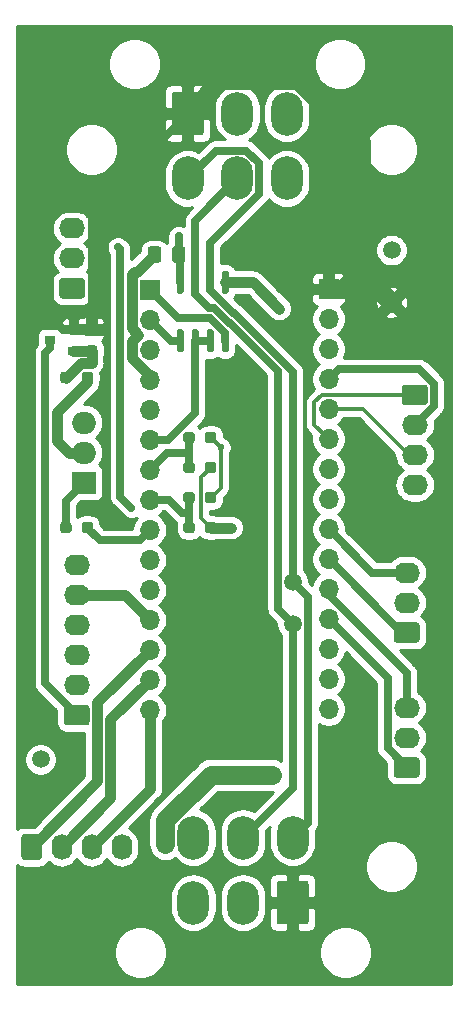
<source format=gbr>
G04 #@! TF.GenerationSoftware,KiCad,Pcbnew,(5.1.10)-1*
G04 #@! TF.CreationDate,2021-10-17T21:38:11+11:00*
G04 #@! TF.ProjectId,ddi_ampcd_controller,6464695f-616d-4706-9364-5f636f6e7472,1*
G04 #@! TF.SameCoordinates,Original*
G04 #@! TF.FileFunction,Copper,L1,Top*
G04 #@! TF.FilePolarity,Positive*
%FSLAX46Y46*%
G04 Gerber Fmt 4.6, Leading zero omitted, Abs format (unit mm)*
G04 Created by KiCad (PCBNEW (5.1.10)-1) date 2021-10-17 21:38:11*
%MOMM*%
%LPD*%
G01*
G04 APERTURE LIST*
G04 #@! TA.AperFunction,ComponentPad*
%ADD10O,2.190000X1.740000*%
G04 #@! TD*
G04 #@! TA.AperFunction,ComponentPad*
%ADD11O,1.740000X2.190000*%
G04 #@! TD*
G04 #@! TA.AperFunction,ComponentPad*
%ADD12O,2.000000X1.905000*%
G04 #@! TD*
G04 #@! TA.AperFunction,ComponentPad*
%ADD13R,2.000000X1.905000*%
G04 #@! TD*
G04 #@! TA.AperFunction,SMDPad,CuDef*
%ADD14R,0.900000X0.800000*%
G04 #@! TD*
G04 #@! TA.AperFunction,ComponentPad*
%ADD15O,1.700000X1.700000*%
G04 #@! TD*
G04 #@! TA.AperFunction,ComponentPad*
%ADD16R,1.700000X1.700000*%
G04 #@! TD*
G04 #@! TA.AperFunction,ComponentPad*
%ADD17C,1.500000*%
G04 #@! TD*
G04 #@! TA.AperFunction,ComponentPad*
%ADD18O,2.700000X3.700000*%
G04 #@! TD*
G04 #@! TA.AperFunction,ViaPad*
%ADD19C,0.600000*%
G04 #@! TD*
G04 #@! TA.AperFunction,Conductor*
%ADD20C,0.635000*%
G04 #@! TD*
G04 #@! TA.AperFunction,Conductor*
%ADD21C,0.304800*%
G04 #@! TD*
G04 #@! TA.AperFunction,Conductor*
%ADD22C,0.914400*%
G04 #@! TD*
G04 #@! TA.AperFunction,Conductor*
%ADD23C,1.625600*%
G04 #@! TD*
G04 #@! TA.AperFunction,Conductor*
%ADD24C,0.254000*%
G04 #@! TD*
G04 #@! TA.AperFunction,Conductor*
%ADD25C,0.100000*%
G04 #@! TD*
G04 APERTURE END LIST*
D10*
X132969000Y-66103500D03*
X132969000Y-68643500D03*
G04 #@! TA.AperFunction,ComponentPad*
G36*
G01*
X133814001Y-72053500D02*
X132123999Y-72053500D01*
G75*
G02*
X131874000Y-71803501I0J249999D01*
G01*
X131874000Y-70563499D01*
G75*
G02*
X132123999Y-70313500I249999J0D01*
G01*
X133814001Y-70313500D01*
G75*
G02*
X134064000Y-70563499I0J-249999D01*
G01*
X134064000Y-71803501D01*
G75*
G02*
X133814001Y-72053500I-249999J0D01*
G01*
G37*
G04 #@! TD.AperFunction*
X161988500Y-87820500D03*
X161988500Y-85280500D03*
X161988500Y-82740500D03*
G04 #@! TA.AperFunction,ComponentPad*
G36*
G01*
X161143499Y-79330500D02*
X162833501Y-79330500D01*
G75*
G02*
X163083500Y-79580499I0J-249999D01*
G01*
X163083500Y-80820501D01*
G75*
G02*
X162833501Y-81070500I-249999J0D01*
G01*
X161143499Y-81070500D01*
G75*
G02*
X160893500Y-80820501I0J249999D01*
G01*
X160893500Y-79580499D01*
G75*
G02*
X161143499Y-79330500I249999J0D01*
G01*
G37*
G04 #@! TD.AperFunction*
D11*
X137160000Y-118491000D03*
X134620000Y-118491000D03*
X132080000Y-118491000D03*
G04 #@! TA.AperFunction,ComponentPad*
G36*
G01*
X128670000Y-119336001D02*
X128670000Y-117645999D01*
G75*
G02*
X128919999Y-117396000I249999J0D01*
G01*
X130160001Y-117396000D01*
G75*
G02*
X130410000Y-117645999I0J-249999D01*
G01*
X130410000Y-119336001D01*
G75*
G02*
X130160001Y-119586000I-249999J0D01*
G01*
X128919999Y-119586000D01*
G75*
G02*
X128670000Y-119336001I0J249999D01*
G01*
G37*
G04 #@! TD.AperFunction*
D12*
X133985000Y-82550000D03*
X133985000Y-85090000D03*
D13*
X133985000Y-87630000D03*
G04 #@! TA.AperFunction,SMDPad,CuDef*
G36*
G01*
X143362500Y-91202500D02*
X143362500Y-91677500D01*
G75*
G02*
X143125000Y-91915000I-237500J0D01*
G01*
X142625000Y-91915000D01*
G75*
G02*
X142387500Y-91677500I0J237500D01*
G01*
X142387500Y-91202500D01*
G75*
G02*
X142625000Y-90965000I237500J0D01*
G01*
X143125000Y-90965000D01*
G75*
G02*
X143362500Y-91202500I0J-237500D01*
G01*
G37*
G04 #@! TD.AperFunction*
G04 #@! TA.AperFunction,SMDPad,CuDef*
G36*
G01*
X145187500Y-91202500D02*
X145187500Y-91677500D01*
G75*
G02*
X144950000Y-91915000I-237500J0D01*
G01*
X144450000Y-91915000D01*
G75*
G02*
X144212500Y-91677500I0J237500D01*
G01*
X144212500Y-91202500D01*
G75*
G02*
X144450000Y-90965000I237500J0D01*
G01*
X144950000Y-90965000D01*
G75*
G02*
X145187500Y-91202500I0J-237500D01*
G01*
G37*
G04 #@! TD.AperFunction*
G04 #@! TA.AperFunction,SMDPad,CuDef*
G36*
G01*
X134857500Y-75140000D02*
X134382500Y-75140000D01*
G75*
G02*
X134145000Y-74902500I0J237500D01*
G01*
X134145000Y-74402500D01*
G75*
G02*
X134382500Y-74165000I237500J0D01*
G01*
X134857500Y-74165000D01*
G75*
G02*
X135095000Y-74402500I0J-237500D01*
G01*
X135095000Y-74902500D01*
G75*
G02*
X134857500Y-75140000I-237500J0D01*
G01*
G37*
G04 #@! TD.AperFunction*
G04 #@! TA.AperFunction,SMDPad,CuDef*
G36*
G01*
X134857500Y-76965000D02*
X134382500Y-76965000D01*
G75*
G02*
X134145000Y-76727500I0J237500D01*
G01*
X134145000Y-76227500D01*
G75*
G02*
X134382500Y-75990000I237500J0D01*
G01*
X134857500Y-75990000D01*
G75*
G02*
X135095000Y-76227500I0J-237500D01*
G01*
X135095000Y-76727500D01*
G75*
G02*
X134857500Y-76965000I-237500J0D01*
G01*
G37*
G04 #@! TD.AperFunction*
G04 #@! TA.AperFunction,SMDPad,CuDef*
G36*
G01*
X133775000Y-78977500D02*
X133775000Y-78502500D01*
G75*
G02*
X134012500Y-78265000I237500J0D01*
G01*
X134512500Y-78265000D01*
G75*
G02*
X134750000Y-78502500I0J-237500D01*
G01*
X134750000Y-78977500D01*
G75*
G02*
X134512500Y-79215000I-237500J0D01*
G01*
X134012500Y-79215000D01*
G75*
G02*
X133775000Y-78977500I0J237500D01*
G01*
G37*
G04 #@! TD.AperFunction*
G04 #@! TA.AperFunction,SMDPad,CuDef*
G36*
G01*
X131950000Y-78977500D02*
X131950000Y-78502500D01*
G75*
G02*
X132187500Y-78265000I237500J0D01*
G01*
X132687500Y-78265000D01*
G75*
G02*
X132925000Y-78502500I0J-237500D01*
G01*
X132925000Y-78977500D01*
G75*
G02*
X132687500Y-79215000I-237500J0D01*
G01*
X132187500Y-79215000D01*
G75*
G02*
X131950000Y-78977500I0J237500D01*
G01*
G37*
G04 #@! TD.AperFunction*
G04 #@! TA.AperFunction,SMDPad,CuDef*
G36*
G01*
X132925000Y-91202500D02*
X132925000Y-91677500D01*
G75*
G02*
X132687500Y-91915000I-237500J0D01*
G01*
X132187500Y-91915000D01*
G75*
G02*
X131950000Y-91677500I0J237500D01*
G01*
X131950000Y-91202500D01*
G75*
G02*
X132187500Y-90965000I237500J0D01*
G01*
X132687500Y-90965000D01*
G75*
G02*
X132925000Y-91202500I0J-237500D01*
G01*
G37*
G04 #@! TD.AperFunction*
G04 #@! TA.AperFunction,SMDPad,CuDef*
G36*
G01*
X134750000Y-91202500D02*
X134750000Y-91677500D01*
G75*
G02*
X134512500Y-91915000I-237500J0D01*
G01*
X134012500Y-91915000D01*
G75*
G02*
X133775000Y-91677500I0J237500D01*
G01*
X133775000Y-91202500D01*
G75*
G02*
X134012500Y-90965000I237500J0D01*
G01*
X134512500Y-90965000D01*
G75*
G02*
X134750000Y-91202500I0J-237500D01*
G01*
G37*
G04 #@! TD.AperFunction*
D14*
X131080000Y-75565000D03*
X133080000Y-74615000D03*
X133080000Y-76515000D03*
G04 #@! TA.AperFunction,SMDPad,CuDef*
G36*
G01*
X143362500Y-86122500D02*
X143362500Y-86597500D01*
G75*
G02*
X143125000Y-86835000I-237500J0D01*
G01*
X142625000Y-86835000D01*
G75*
G02*
X142387500Y-86597500I0J237500D01*
G01*
X142387500Y-86122500D01*
G75*
G02*
X142625000Y-85885000I237500J0D01*
G01*
X143125000Y-85885000D01*
G75*
G02*
X143362500Y-86122500I0J-237500D01*
G01*
G37*
G04 #@! TD.AperFunction*
G04 #@! TA.AperFunction,SMDPad,CuDef*
G36*
G01*
X145187500Y-86122500D02*
X145187500Y-86597500D01*
G75*
G02*
X144950000Y-86835000I-237500J0D01*
G01*
X144450000Y-86835000D01*
G75*
G02*
X144212500Y-86597500I0J237500D01*
G01*
X144212500Y-86122500D01*
G75*
G02*
X144450000Y-85885000I237500J0D01*
G01*
X144950000Y-85885000D01*
G75*
G02*
X145187500Y-86122500I0J-237500D01*
G01*
G37*
G04 #@! TD.AperFunction*
G04 #@! TA.AperFunction,SMDPad,CuDef*
G36*
G01*
X144212500Y-84057500D02*
X144212500Y-83582500D01*
G75*
G02*
X144450000Y-83345000I237500J0D01*
G01*
X144950000Y-83345000D01*
G75*
G02*
X145187500Y-83582500I0J-237500D01*
G01*
X145187500Y-84057500D01*
G75*
G02*
X144950000Y-84295000I-237500J0D01*
G01*
X144450000Y-84295000D01*
G75*
G02*
X144212500Y-84057500I0J237500D01*
G01*
G37*
G04 #@! TD.AperFunction*
G04 #@! TA.AperFunction,SMDPad,CuDef*
G36*
G01*
X142387500Y-84057500D02*
X142387500Y-83582500D01*
G75*
G02*
X142625000Y-83345000I237500J0D01*
G01*
X143125000Y-83345000D01*
G75*
G02*
X143362500Y-83582500I0J-237500D01*
G01*
X143362500Y-84057500D01*
G75*
G02*
X143125000Y-84295000I-237500J0D01*
G01*
X142625000Y-84295000D01*
G75*
G02*
X142387500Y-84057500I0J237500D01*
G01*
G37*
G04 #@! TD.AperFunction*
G04 #@! TA.AperFunction,SMDPad,CuDef*
G36*
G01*
X144212500Y-89137500D02*
X144212500Y-88662500D01*
G75*
G02*
X144450000Y-88425000I237500J0D01*
G01*
X144950000Y-88425000D01*
G75*
G02*
X145187500Y-88662500I0J-237500D01*
G01*
X145187500Y-89137500D01*
G75*
G02*
X144950000Y-89375000I-237500J0D01*
G01*
X144450000Y-89375000D01*
G75*
G02*
X144212500Y-89137500I0J237500D01*
G01*
G37*
G04 #@! TD.AperFunction*
G04 #@! TA.AperFunction,SMDPad,CuDef*
G36*
G01*
X142387500Y-89137500D02*
X142387500Y-88662500D01*
G75*
G02*
X142625000Y-88425000I237500J0D01*
G01*
X143125000Y-88425000D01*
G75*
G02*
X143362500Y-88662500I0J-237500D01*
G01*
X143362500Y-89137500D01*
G75*
G02*
X143125000Y-89375000I-237500J0D01*
G01*
X142625000Y-89375000D01*
G75*
G02*
X142387500Y-89137500I0J237500D01*
G01*
G37*
G04 #@! TD.AperFunction*
D10*
X161290000Y-95250000D03*
X161290000Y-97790000D03*
G04 #@! TA.AperFunction,ComponentPad*
G36*
G01*
X162135001Y-101200000D02*
X160444999Y-101200000D01*
G75*
G02*
X160195000Y-100950001I0J249999D01*
G01*
X160195000Y-99709999D01*
G75*
G02*
X160444999Y-99460000I249999J0D01*
G01*
X162135001Y-99460000D01*
G75*
G02*
X162385000Y-99709999I0J-249999D01*
G01*
X162385000Y-100950001D01*
G75*
G02*
X162135001Y-101200000I-249999J0D01*
G01*
G37*
G04 #@! TD.AperFunction*
X161290000Y-106680000D03*
X161290000Y-109220000D03*
G04 #@! TA.AperFunction,ComponentPad*
G36*
G01*
X162135001Y-112630000D02*
X160444999Y-112630000D01*
G75*
G02*
X160195000Y-112380001I0J249999D01*
G01*
X160195000Y-111139999D01*
G75*
G02*
X160444999Y-110890000I249999J0D01*
G01*
X162135001Y-110890000D01*
G75*
G02*
X162385000Y-111139999I0J-249999D01*
G01*
X162385000Y-112380001D01*
G75*
G02*
X162135001Y-112630000I-249999J0D01*
G01*
G37*
G04 #@! TD.AperFunction*
X133350000Y-94615000D03*
X133350000Y-97155000D03*
X133350000Y-99695000D03*
X133350000Y-102235000D03*
X133350000Y-104775000D03*
G04 #@! TA.AperFunction,ComponentPad*
G36*
G01*
X134195001Y-108185000D02*
X132504999Y-108185000D01*
G75*
G02*
X132255000Y-107935001I0J249999D01*
G01*
X132255000Y-106694999D01*
G75*
G02*
X132504999Y-106445000I249999J0D01*
G01*
X134195001Y-106445000D01*
G75*
G02*
X134445000Y-106694999I0J-249999D01*
G01*
X134445000Y-107935001D01*
G75*
G02*
X134195001Y-108185000I-249999J0D01*
G01*
G37*
G04 #@! TD.AperFunction*
D15*
X139547600Y-106883200D03*
X139547600Y-104343200D03*
X139547600Y-101803200D03*
X139547600Y-99263200D03*
X139547600Y-96723200D03*
X139547600Y-94183200D03*
X139547600Y-91643200D03*
X139547600Y-89103200D03*
X139547600Y-86563200D03*
X139547600Y-84023200D03*
X139547600Y-81483200D03*
X139547600Y-78943200D03*
X139547600Y-76403200D03*
X139547600Y-73863200D03*
D16*
X139547600Y-71323200D03*
D15*
X154686000Y-106807000D03*
X154686000Y-104267000D03*
X154686000Y-101727000D03*
X154686000Y-99187000D03*
X154686000Y-96647000D03*
X154686000Y-94107000D03*
X154686000Y-91567000D03*
X154686000Y-89027000D03*
X154686000Y-86487000D03*
X154686000Y-83947000D03*
X154686000Y-81407000D03*
X154686000Y-78867000D03*
X154686000Y-76327000D03*
X154686000Y-73787000D03*
D16*
X154686000Y-71247000D03*
G04 #@! TA.AperFunction,SMDPad,CuDef*
G36*
G01*
X142570000Y-67875999D02*
X142570000Y-68776001D01*
G75*
G02*
X142320001Y-69026000I-249999J0D01*
G01*
X141669999Y-69026000D01*
G75*
G02*
X141420000Y-68776001I0J249999D01*
G01*
X141420000Y-67875999D01*
G75*
G02*
X141669999Y-67626000I249999J0D01*
G01*
X142320001Y-67626000D01*
G75*
G02*
X142570000Y-67875999I0J-249999D01*
G01*
G37*
G04 #@! TD.AperFunction*
G04 #@! TA.AperFunction,SMDPad,CuDef*
G36*
G01*
X140520000Y-67875999D02*
X140520000Y-68776001D01*
G75*
G02*
X140270001Y-69026000I-249999J0D01*
G01*
X139619999Y-69026000D01*
G75*
G02*
X139370000Y-68776001I0J249999D01*
G01*
X139370000Y-67875999D01*
G75*
G02*
X139619999Y-67626000I249999J0D01*
G01*
X140270001Y-67626000D01*
G75*
G02*
X140520000Y-67875999I0J-249999D01*
G01*
G37*
G04 #@! TD.AperFunction*
D17*
X160020000Y-72390000D03*
X130302000Y-111061500D03*
X149860000Y-112395000D03*
X160020000Y-67945000D03*
X151638000Y-96012000D03*
X151638000Y-99568000D03*
G04 #@! TA.AperFunction,SMDPad,CuDef*
G36*
G01*
X142263000Y-76602000D02*
X141963000Y-76602000D01*
G75*
G02*
X141813000Y-76452000I0J150000D01*
G01*
X141813000Y-74802000D01*
G75*
G02*
X141963000Y-74652000I150000J0D01*
G01*
X142263000Y-74652000D01*
G75*
G02*
X142413000Y-74802000I0J-150000D01*
G01*
X142413000Y-76452000D01*
G75*
G02*
X142263000Y-76602000I-150000J0D01*
G01*
G37*
G04 #@! TD.AperFunction*
G04 #@! TA.AperFunction,SMDPad,CuDef*
G36*
G01*
X143533000Y-76602000D02*
X143233000Y-76602000D01*
G75*
G02*
X143083000Y-76452000I0J150000D01*
G01*
X143083000Y-74802000D01*
G75*
G02*
X143233000Y-74652000I150000J0D01*
G01*
X143533000Y-74652000D01*
G75*
G02*
X143683000Y-74802000I0J-150000D01*
G01*
X143683000Y-76452000D01*
G75*
G02*
X143533000Y-76602000I-150000J0D01*
G01*
G37*
G04 #@! TD.AperFunction*
G04 #@! TA.AperFunction,SMDPad,CuDef*
G36*
G01*
X144803000Y-76602000D02*
X144503000Y-76602000D01*
G75*
G02*
X144353000Y-76452000I0J150000D01*
G01*
X144353000Y-74802000D01*
G75*
G02*
X144503000Y-74652000I150000J0D01*
G01*
X144803000Y-74652000D01*
G75*
G02*
X144953000Y-74802000I0J-150000D01*
G01*
X144953000Y-76452000D01*
G75*
G02*
X144803000Y-76602000I-150000J0D01*
G01*
G37*
G04 #@! TD.AperFunction*
G04 #@! TA.AperFunction,SMDPad,CuDef*
G36*
G01*
X146073000Y-76602000D02*
X145773000Y-76602000D01*
G75*
G02*
X145623000Y-76452000I0J150000D01*
G01*
X145623000Y-74802000D01*
G75*
G02*
X145773000Y-74652000I150000J0D01*
G01*
X146073000Y-74652000D01*
G75*
G02*
X146223000Y-74802000I0J-150000D01*
G01*
X146223000Y-76452000D01*
G75*
G02*
X146073000Y-76602000I-150000J0D01*
G01*
G37*
G04 #@! TD.AperFunction*
G04 #@! TA.AperFunction,SMDPad,CuDef*
G36*
G01*
X146073000Y-71652000D02*
X145773000Y-71652000D01*
G75*
G02*
X145623000Y-71502000I0J150000D01*
G01*
X145623000Y-69852000D01*
G75*
G02*
X145773000Y-69702000I150000J0D01*
G01*
X146073000Y-69702000D01*
G75*
G02*
X146223000Y-69852000I0J-150000D01*
G01*
X146223000Y-71502000D01*
G75*
G02*
X146073000Y-71652000I-150000J0D01*
G01*
G37*
G04 #@! TD.AperFunction*
G04 #@! TA.AperFunction,SMDPad,CuDef*
G36*
G01*
X144803000Y-71652000D02*
X144503000Y-71652000D01*
G75*
G02*
X144353000Y-71502000I0J150000D01*
G01*
X144353000Y-69852000D01*
G75*
G02*
X144503000Y-69702000I150000J0D01*
G01*
X144803000Y-69702000D01*
G75*
G02*
X144953000Y-69852000I0J-150000D01*
G01*
X144953000Y-71502000D01*
G75*
G02*
X144803000Y-71652000I-150000J0D01*
G01*
G37*
G04 #@! TD.AperFunction*
G04 #@! TA.AperFunction,SMDPad,CuDef*
G36*
G01*
X143533000Y-71652000D02*
X143233000Y-71652000D01*
G75*
G02*
X143083000Y-71502000I0J150000D01*
G01*
X143083000Y-69852000D01*
G75*
G02*
X143233000Y-69702000I150000J0D01*
G01*
X143533000Y-69702000D01*
G75*
G02*
X143683000Y-69852000I0J-150000D01*
G01*
X143683000Y-71502000D01*
G75*
G02*
X143533000Y-71652000I-150000J0D01*
G01*
G37*
G04 #@! TD.AperFunction*
G04 #@! TA.AperFunction,SMDPad,CuDef*
G36*
G01*
X142263000Y-71652000D02*
X141963000Y-71652000D01*
G75*
G02*
X141813000Y-71502000I0J150000D01*
G01*
X141813000Y-69852000D01*
G75*
G02*
X141963000Y-69702000I150000J0D01*
G01*
X142263000Y-69702000D01*
G75*
G02*
X142413000Y-69852000I0J-150000D01*
G01*
X142413000Y-71502000D01*
G75*
G02*
X142263000Y-71652000I-150000J0D01*
G01*
G37*
G04 #@! TD.AperFunction*
G04 #@! TA.AperFunction,ComponentPad*
G36*
G01*
X141398000Y-57987999D02*
X141398000Y-54788001D01*
G75*
G02*
X141648001Y-54538000I250001J0D01*
G01*
X143847999Y-54538000D01*
G75*
G02*
X144098000Y-54788001I0J-250001D01*
G01*
X144098000Y-57987999D01*
G75*
G02*
X143847999Y-58238000I-250001J0D01*
G01*
X141648001Y-58238000D01*
G75*
G02*
X141398000Y-57987999I0J250001D01*
G01*
G37*
G04 #@! TD.AperFunction*
D18*
X146948000Y-56388000D03*
X151148000Y-56388000D03*
X142748000Y-61888000D03*
X146948000Y-61888000D03*
X151148000Y-61888000D03*
G04 #@! TA.AperFunction,ComponentPad*
G36*
G01*
X152988000Y-121590001D02*
X152988000Y-124789999D01*
G75*
G02*
X152737999Y-125040000I-250001J0D01*
G01*
X150538001Y-125040000D01*
G75*
G02*
X150288000Y-124789999I0J250001D01*
G01*
X150288000Y-121590001D01*
G75*
G02*
X150538001Y-121340000I250001J0D01*
G01*
X152737999Y-121340000D01*
G75*
G02*
X152988000Y-121590001I0J-250001D01*
G01*
G37*
G04 #@! TD.AperFunction*
X147438000Y-123190000D03*
X143238000Y-123190000D03*
X151638000Y-117690000D03*
X147438000Y-117690000D03*
X143238000Y-117690000D03*
D19*
X150495000Y-72898000D03*
X149098000Y-71501000D03*
X149796500Y-72199500D03*
X146431000Y-91440000D03*
X137985500Y-89789000D03*
X136842500Y-67691000D03*
X145539910Y-84659910D03*
X141990000Y-66760000D03*
X140875190Y-116211293D03*
X140875190Y-117188810D03*
X140875190Y-118204810D03*
D20*
X145923000Y-74957770D02*
X144635250Y-73670020D01*
X144635250Y-73670020D02*
X141894420Y-73670020D01*
X145923000Y-75627000D02*
X145923000Y-74957770D01*
X141894420Y-73670020D02*
X139547600Y-71323200D01*
X141311400Y-75627000D02*
X139547600Y-73863200D01*
X142113000Y-75627000D02*
X141311400Y-75627000D01*
D21*
X143860090Y-87199910D02*
X143860090Y-90600090D01*
X143860090Y-90600090D02*
X144700000Y-91440000D01*
X144700000Y-86360000D02*
X143860090Y-87199910D01*
D22*
X145923000Y-70677000D02*
X148274000Y-70677000D01*
X148274000Y-70677000D02*
X150495000Y-72898000D01*
X144700000Y-91440000D02*
X146431000Y-91440000D01*
X138171839Y-69815999D02*
X138040399Y-69947439D01*
X138040399Y-77126657D02*
X139547600Y-78633858D01*
X138040399Y-69947439D02*
X138040399Y-74586657D01*
X139547600Y-78633858D02*
X139547600Y-78943200D01*
X139945000Y-68326000D02*
X138455001Y-69815999D01*
X138455001Y-69815999D02*
X138171839Y-69815999D01*
X138040399Y-74586657D02*
X138586942Y-75133200D01*
X138586942Y-75133200D02*
X138040399Y-75679743D01*
X138040399Y-75679743D02*
X138040399Y-77126657D01*
D20*
X143383000Y-75627000D02*
X144653000Y-75627000D01*
X141116554Y-84023200D02*
X139547600Y-84023200D01*
X143383000Y-81756754D02*
X141116554Y-84023200D01*
X143383000Y-75627000D02*
X143383000Y-81756754D01*
X139547600Y-86563200D02*
X141020800Y-85090000D01*
X141020800Y-85090000D02*
X142875000Y-85090000D01*
X142875000Y-85090000D02*
X142875000Y-83820000D01*
X142875000Y-85090000D02*
X142875000Y-86360000D01*
X139547600Y-89103200D02*
X141173200Y-89103200D01*
X141173200Y-89103200D02*
X142240000Y-90170000D01*
X142240000Y-90170000D02*
X142875000Y-90170000D01*
X142875000Y-90170000D02*
X142875000Y-88900000D01*
X142875000Y-90170000D02*
X142875000Y-91440000D01*
X138697601Y-92493199D02*
X135315699Y-92493199D01*
X139547600Y-91643200D02*
X138697601Y-92493199D01*
X135315699Y-92493199D02*
X134262500Y-91440000D01*
X137033000Y-67881500D02*
X136842500Y-67691000D01*
X137033000Y-88836500D02*
X137033000Y-67881500D01*
X137985500Y-89789000D02*
X137033000Y-88836500D01*
D22*
X137439400Y-97155000D02*
X139547600Y-99263200D01*
X133350000Y-97155000D02*
X137439400Y-97155000D01*
X135102210Y-112928790D02*
X129540000Y-118491000D01*
X135102210Y-106248590D02*
X135102210Y-112928790D01*
X139547600Y-101803200D02*
X135102210Y-106248590D01*
D20*
X142113000Y-68444000D02*
X141995000Y-68326000D01*
X142113000Y-70677000D02*
X142113000Y-68444000D01*
D21*
X145539910Y-88060090D02*
X144700000Y-88900000D01*
X145539910Y-84659910D02*
X145539910Y-88060090D01*
X144700000Y-83820000D02*
X145539910Y-84659910D01*
D20*
X141990000Y-68321000D02*
X141995000Y-68326000D01*
X141990000Y-66760000D02*
X141990000Y-68321000D01*
X161998926Y-82740500D02*
X161988500Y-82740500D01*
X163601010Y-81138416D02*
X161998926Y-82740500D01*
X163601010Y-79262584D02*
X163601010Y-81138416D01*
X162355427Y-78017001D02*
X163601010Y-79262584D01*
X155535999Y-78017001D02*
X162355427Y-78017001D01*
X154686000Y-78867000D02*
X155535999Y-78017001D01*
D21*
X157607000Y-81407000D02*
X161290000Y-85090000D01*
X154686000Y-81407000D02*
X157607000Y-81407000D01*
X161095401Y-80204599D02*
X161290000Y-80010000D01*
X154108847Y-80204599D02*
X161095401Y-80204599D01*
X153483599Y-80829847D02*
X154108847Y-80204599D01*
X153483599Y-82744599D02*
X153483599Y-80829847D01*
X154686000Y-83947000D02*
X153483599Y-82744599D01*
D22*
X154813000Y-91440000D02*
X154686000Y-91567000D01*
D20*
X158369000Y-95250000D02*
X154686000Y-91567000D01*
X161290000Y-95250000D02*
X158369000Y-95250000D01*
X160909000Y-100330000D02*
X154686000Y-94107000D01*
X161290000Y-100330000D02*
X160909000Y-100330000D01*
X154686000Y-97163098D02*
X154686000Y-96647000D01*
X161290000Y-103767098D02*
X154686000Y-97163098D01*
X161290000Y-106680000D02*
X161290000Y-103767098D01*
X159677490Y-104178490D02*
X154686000Y-99187000D01*
X159677490Y-110147490D02*
X159677490Y-104178490D01*
X161290000Y-111760000D02*
X159677490Y-110147490D01*
D22*
X136216621Y-114354379D02*
X132080000Y-118491000D01*
X136216621Y-107674179D02*
X136216621Y-114354379D01*
X139547600Y-104343200D02*
X136216621Y-107674179D01*
X139547600Y-113563400D02*
X134620000Y-118491000D01*
X139547600Y-106883200D02*
X139547600Y-113563400D01*
D23*
X157407199Y-69777199D02*
X160020000Y-72390000D01*
X157407199Y-58805682D02*
X157407199Y-69777199D01*
X152126707Y-53525190D02*
X157407199Y-58805682D01*
X145610810Y-53525190D02*
X152126707Y-53525190D01*
X142748000Y-56388000D02*
X145610810Y-53525190D01*
D22*
X133117500Y-74652500D02*
X133080000Y-74615000D01*
X134620000Y-74652500D02*
X133117500Y-74652500D01*
D23*
X155937398Y-71247000D02*
X157407199Y-69777199D01*
X154686000Y-71247000D02*
X155937398Y-71247000D01*
D20*
X140880490Y-58255510D02*
X142748000Y-56388000D01*
X134620000Y-64516000D02*
X140880490Y-58255510D01*
X134620000Y-74652500D02*
X134620000Y-64516000D01*
D23*
X144691483Y-112395000D02*
X149860000Y-112395000D01*
X140875190Y-116211293D02*
X144691483Y-112395000D01*
X140875190Y-118204810D02*
X140875190Y-116211293D01*
D20*
X145115510Y-59520490D02*
X142748000Y-61888000D01*
X147721547Y-59520490D02*
X145115510Y-59520490D01*
X148815510Y-60614453D02*
X147721547Y-59520490D01*
X148815510Y-63161547D02*
X148815510Y-60614453D01*
X144653000Y-67324057D02*
X148815510Y-63161547D01*
X144653000Y-70677000D02*
X144653000Y-67324057D01*
X151638000Y-78242113D02*
X151638000Y-96012000D01*
X146626475Y-73299479D02*
X146695366Y-73299479D01*
X144653000Y-71326004D02*
X146626475Y-73299479D01*
X144653000Y-70677000D02*
X144653000Y-71326004D01*
X146695366Y-73299479D02*
X151638000Y-78242113D01*
X152905501Y-116422499D02*
X151638000Y-117690000D01*
X152905501Y-97279501D02*
X152905501Y-116422499D01*
X151638000Y-96012000D02*
X152905501Y-97279501D01*
X143383000Y-65453000D02*
X146948000Y-61888000D01*
X143383000Y-70677000D02*
X143383000Y-65453000D01*
X150370499Y-78155495D02*
X150370499Y-98300499D01*
X146280603Y-74134490D02*
X146349494Y-74134490D01*
X146349494Y-74134490D02*
X150370499Y-78155495D01*
X150370499Y-98300499D02*
X151638000Y-99568000D01*
X144566009Y-72835009D02*
X144981122Y-72835009D01*
X143383000Y-71652000D02*
X144566009Y-72835009D01*
X143383000Y-70677000D02*
X143383000Y-71652000D01*
X144981122Y-72835009D02*
X146280603Y-74134490D01*
X151638000Y-113490000D02*
X147438000Y-117690000D01*
X151638000Y-99568000D02*
X151638000Y-113490000D01*
X131080000Y-105045000D02*
X133350000Y-107315000D01*
X130665000Y-91222746D02*
X130670000Y-91227746D01*
X130670000Y-104635000D02*
X131080000Y-105045000D01*
X130670000Y-91227746D02*
X130670000Y-104635000D01*
X131080000Y-76230000D02*
X130665000Y-76645000D01*
X131080000Y-75565000D02*
X131080000Y-76230000D01*
X130665000Y-76645000D02*
X130665000Y-91222746D01*
X132437500Y-89177500D02*
X133985000Y-87630000D01*
X132437500Y-91440000D02*
X132437500Y-89177500D01*
D22*
X134582500Y-76515000D02*
X134620000Y-76477500D01*
X133080000Y-76515000D02*
X134582500Y-76515000D01*
X134620000Y-76477500D02*
X134620000Y-77470000D01*
X133707500Y-77470000D02*
X132437500Y-78740000D01*
X134620000Y-77470000D02*
X133707500Y-77470000D01*
X134262500Y-78740000D02*
X134262500Y-79127500D01*
X134262500Y-79127500D02*
X131720000Y-81670000D01*
X131720000Y-81670000D02*
X131720000Y-84110000D01*
X132700000Y-85090000D02*
X133985000Y-85090000D01*
X131720000Y-84110000D02*
X132700000Y-85090000D01*
D24*
X165050000Y-130125000D02*
X128320000Y-130125000D01*
X128320000Y-127169872D01*
X136503000Y-127169872D01*
X136503000Y-127610128D01*
X136588890Y-128041925D01*
X136757369Y-128448669D01*
X137001962Y-128814729D01*
X137313271Y-129126038D01*
X137679331Y-129370631D01*
X138086075Y-129539110D01*
X138517872Y-129625000D01*
X138958128Y-129625000D01*
X139389925Y-129539110D01*
X139796669Y-129370631D01*
X140162729Y-129126038D01*
X140474038Y-128814729D01*
X140718631Y-128448669D01*
X140887110Y-128041925D01*
X140973000Y-127610128D01*
X140973000Y-127169872D01*
X153903000Y-127169872D01*
X153903000Y-127610128D01*
X153988890Y-128041925D01*
X154157369Y-128448669D01*
X154401962Y-128814729D01*
X154713271Y-129126038D01*
X155079331Y-129370631D01*
X155486075Y-129539110D01*
X155917872Y-129625000D01*
X156358128Y-129625000D01*
X156789925Y-129539110D01*
X157196669Y-129370631D01*
X157562729Y-129126038D01*
X157874038Y-128814729D01*
X158118631Y-128448669D01*
X158287110Y-128041925D01*
X158373000Y-127610128D01*
X158373000Y-127169872D01*
X158287110Y-126738075D01*
X158118631Y-126331331D01*
X157874038Y-125965271D01*
X157562729Y-125653962D01*
X157196669Y-125409369D01*
X156789925Y-125240890D01*
X156358128Y-125155000D01*
X155917872Y-125155000D01*
X155486075Y-125240890D01*
X155079331Y-125409369D01*
X154713271Y-125653962D01*
X154401962Y-125965271D01*
X154157369Y-126331331D01*
X153988890Y-126738075D01*
X153903000Y-127169872D01*
X140973000Y-127169872D01*
X140887110Y-126738075D01*
X140718631Y-126331331D01*
X140474038Y-125965271D01*
X140162729Y-125653962D01*
X139796669Y-125409369D01*
X139389925Y-125240890D01*
X138958128Y-125155000D01*
X138517872Y-125155000D01*
X138086075Y-125240890D01*
X137679331Y-125409369D01*
X137313271Y-125653962D01*
X137001962Y-125965271D01*
X136757369Y-126331331D01*
X136588890Y-126738075D01*
X136503000Y-127169872D01*
X128320000Y-127169872D01*
X128320000Y-122592490D01*
X141253000Y-122592490D01*
X141253000Y-123787509D01*
X141281722Y-124079127D01*
X141395226Y-124453301D01*
X141579547Y-124798143D01*
X141827602Y-125100398D01*
X142129857Y-125348453D01*
X142474698Y-125532774D01*
X142848872Y-125646278D01*
X143238000Y-125684604D01*
X143627127Y-125646278D01*
X144001301Y-125532774D01*
X144346143Y-125348453D01*
X144648398Y-125100398D01*
X144896453Y-124798143D01*
X145080774Y-124453302D01*
X145194278Y-124079128D01*
X145223000Y-123787510D01*
X145223000Y-122592491D01*
X145223000Y-122592490D01*
X145453000Y-122592490D01*
X145453000Y-123787509D01*
X145481722Y-124079127D01*
X145595226Y-124453301D01*
X145779547Y-124798143D01*
X146027602Y-125100398D01*
X146329857Y-125348453D01*
X146674698Y-125532774D01*
X147048872Y-125646278D01*
X147438000Y-125684604D01*
X147827127Y-125646278D01*
X148201301Y-125532774D01*
X148546143Y-125348453D01*
X148848398Y-125100398D01*
X148897965Y-125040000D01*
X149653947Y-125040000D01*
X149666130Y-125163698D01*
X149702211Y-125282642D01*
X149760804Y-125392261D01*
X149839657Y-125488343D01*
X149935739Y-125567196D01*
X150045358Y-125625789D01*
X150164302Y-125661870D01*
X150288000Y-125674053D01*
X151107250Y-125671000D01*
X151265000Y-125513250D01*
X151265000Y-123563000D01*
X152011000Y-123563000D01*
X152011000Y-125513250D01*
X152168750Y-125671000D01*
X152988000Y-125674053D01*
X153111698Y-125661870D01*
X153230642Y-125625789D01*
X153340261Y-125567196D01*
X153436343Y-125488343D01*
X153515196Y-125392261D01*
X153573789Y-125282642D01*
X153609870Y-125163698D01*
X153622053Y-125040000D01*
X153619000Y-123720750D01*
X153461250Y-123563000D01*
X152011000Y-123563000D01*
X151265000Y-123563000D01*
X149814750Y-123563000D01*
X149657000Y-123720750D01*
X149653947Y-125040000D01*
X148897965Y-125040000D01*
X149096453Y-124798143D01*
X149280774Y-124453302D01*
X149394278Y-124079128D01*
X149423000Y-123787510D01*
X149423000Y-122592491D01*
X149394278Y-122300873D01*
X149280774Y-121926698D01*
X149096453Y-121581857D01*
X148897966Y-121340000D01*
X149653947Y-121340000D01*
X149657000Y-122659250D01*
X149814750Y-122817000D01*
X151265000Y-122817000D01*
X151265000Y-120866750D01*
X152011000Y-120866750D01*
X152011000Y-122817000D01*
X153461250Y-122817000D01*
X153619000Y-122659250D01*
X153622053Y-121340000D01*
X153609870Y-121216302D01*
X153573789Y-121097358D01*
X153515196Y-120987739D01*
X153436343Y-120891657D01*
X153340261Y-120812804D01*
X153230642Y-120754211D01*
X153111698Y-120718130D01*
X152988000Y-120705947D01*
X152168750Y-120709000D01*
X152011000Y-120866750D01*
X151265000Y-120866750D01*
X151107250Y-120709000D01*
X150288000Y-120705947D01*
X150164302Y-120718130D01*
X150045358Y-120754211D01*
X149935739Y-120812804D01*
X149839657Y-120891657D01*
X149760804Y-120987739D01*
X149702211Y-121097358D01*
X149666130Y-121216302D01*
X149653947Y-121340000D01*
X148897966Y-121340000D01*
X148848398Y-121279602D01*
X148546143Y-121031547D01*
X148201302Y-120847226D01*
X147827128Y-120733722D01*
X147438000Y-120695396D01*
X147048873Y-120733722D01*
X146674699Y-120847226D01*
X146329858Y-121031547D01*
X146027603Y-121279602D01*
X145779548Y-121581857D01*
X145595226Y-121926698D01*
X145481722Y-122300872D01*
X145453000Y-122592490D01*
X145223000Y-122592490D01*
X145194278Y-122300873D01*
X145080774Y-121926698D01*
X144896453Y-121581857D01*
X144648398Y-121279602D01*
X144346143Y-121031547D01*
X144001302Y-120847226D01*
X143627128Y-120733722D01*
X143238000Y-120695396D01*
X142848873Y-120733722D01*
X142474699Y-120847226D01*
X142129858Y-121031547D01*
X141827603Y-121279602D01*
X141579548Y-121581857D01*
X141395226Y-121926698D01*
X141281722Y-122300872D01*
X141253000Y-122592490D01*
X128320000Y-122592490D01*
X128320000Y-119986910D01*
X128426613Y-120074405D01*
X128580149Y-120156472D01*
X128746745Y-120207008D01*
X128919999Y-120224072D01*
X130160001Y-120224072D01*
X130333255Y-120207008D01*
X130499851Y-120156472D01*
X130653387Y-120074405D01*
X130787962Y-119963962D01*
X130898405Y-119829387D01*
X130956934Y-119719886D01*
X131010655Y-119785345D01*
X131239822Y-119973417D01*
X131501276Y-120113166D01*
X131784969Y-120199224D01*
X132080000Y-120228282D01*
X132375032Y-120199224D01*
X132658725Y-120113166D01*
X132920179Y-119973417D01*
X133149345Y-119785345D01*
X133337417Y-119556179D01*
X133350000Y-119532638D01*
X133362583Y-119556179D01*
X133550655Y-119785345D01*
X133779822Y-119973417D01*
X134041276Y-120113166D01*
X134324969Y-120199224D01*
X134620000Y-120228282D01*
X134915032Y-120199224D01*
X135198725Y-120113166D01*
X135460179Y-119973417D01*
X135689345Y-119785345D01*
X135877417Y-119556179D01*
X135890000Y-119532638D01*
X135902583Y-119556179D01*
X136090655Y-119785345D01*
X136319822Y-119973417D01*
X136581276Y-120113166D01*
X136864969Y-120199224D01*
X137160000Y-120228282D01*
X137455032Y-120199224D01*
X137738725Y-120113166D01*
X138000179Y-119973417D01*
X138229345Y-119785345D01*
X138417417Y-119556179D01*
X138557166Y-119294724D01*
X138643224Y-119011031D01*
X138665000Y-118789935D01*
X138665000Y-118192064D01*
X138643224Y-117970968D01*
X138557166Y-117687275D01*
X138417417Y-117425821D01*
X138229345Y-117196655D01*
X138000178Y-117008583D01*
X137770034Y-116885569D01*
X140281969Y-114373635D01*
X140323638Y-114339438D01*
X140460125Y-114173129D01*
X140561543Y-113983389D01*
X140623996Y-113777509D01*
X140639800Y-113617049D01*
X140639800Y-113617041D01*
X140645083Y-113563400D01*
X140639800Y-113509759D01*
X140639800Y-107891107D01*
X140701075Y-107829832D01*
X140863590Y-107586611D01*
X140975532Y-107316358D01*
X141032600Y-107029460D01*
X141032600Y-106736940D01*
X140975532Y-106450042D01*
X140863590Y-106179789D01*
X140701075Y-105936568D01*
X140494232Y-105729725D01*
X140319840Y-105613200D01*
X140494232Y-105496675D01*
X140701075Y-105289832D01*
X140863590Y-105046611D01*
X140975532Y-104776358D01*
X141032600Y-104489460D01*
X141032600Y-104196940D01*
X140975532Y-103910042D01*
X140863590Y-103639789D01*
X140701075Y-103396568D01*
X140494232Y-103189725D01*
X140319840Y-103073200D01*
X140494232Y-102956675D01*
X140701075Y-102749832D01*
X140863590Y-102506611D01*
X140975532Y-102236358D01*
X141032600Y-101949460D01*
X141032600Y-101656940D01*
X140975532Y-101370042D01*
X140863590Y-101099789D01*
X140701075Y-100856568D01*
X140494232Y-100649725D01*
X140319840Y-100533200D01*
X140494232Y-100416675D01*
X140701075Y-100209832D01*
X140863590Y-99966611D01*
X140975532Y-99696358D01*
X141032600Y-99409460D01*
X141032600Y-99116940D01*
X140975532Y-98830042D01*
X140863590Y-98559789D01*
X140701075Y-98316568D01*
X140494232Y-98109725D01*
X140319840Y-97993200D01*
X140494232Y-97876675D01*
X140701075Y-97669832D01*
X140863590Y-97426611D01*
X140975532Y-97156358D01*
X141032600Y-96869460D01*
X141032600Y-96576940D01*
X140975532Y-96290042D01*
X140863590Y-96019789D01*
X140701075Y-95776568D01*
X140494232Y-95569725D01*
X140319840Y-95453200D01*
X140494232Y-95336675D01*
X140701075Y-95129832D01*
X140863590Y-94886611D01*
X140975532Y-94616358D01*
X141032600Y-94329460D01*
X141032600Y-94036940D01*
X140975532Y-93750042D01*
X140863590Y-93479789D01*
X140701075Y-93236568D01*
X140494232Y-93029725D01*
X140319840Y-92913200D01*
X140494232Y-92796675D01*
X140701075Y-92589832D01*
X140863590Y-92346611D01*
X140975532Y-92076358D01*
X141032600Y-91789460D01*
X141032600Y-91496940D01*
X140975532Y-91210042D01*
X140863590Y-90939789D01*
X140701075Y-90696568D01*
X140494232Y-90489725D01*
X140319840Y-90373200D01*
X140494232Y-90256675D01*
X140695207Y-90055700D01*
X140778662Y-90055700D01*
X141533397Y-90810436D01*
X141563222Y-90846778D01*
X141708259Y-90965806D01*
X141775357Y-91001670D01*
X141766252Y-91031684D01*
X141749428Y-91202500D01*
X141749428Y-91677500D01*
X141766252Y-91848316D01*
X141816077Y-92012567D01*
X141896988Y-92163942D01*
X142005877Y-92296623D01*
X142138558Y-92405512D01*
X142289933Y-92486423D01*
X142454184Y-92536248D01*
X142625000Y-92553072D01*
X143125000Y-92553072D01*
X143295816Y-92536248D01*
X143460067Y-92486423D01*
X143611442Y-92405512D01*
X143744123Y-92296623D01*
X143787500Y-92243768D01*
X143830877Y-92296623D01*
X143963558Y-92405512D01*
X144114933Y-92486423D01*
X144279184Y-92536248D01*
X144450000Y-92553072D01*
X144950000Y-92553072D01*
X145120816Y-92536248D01*
X145134160Y-92532200D01*
X146484649Y-92532200D01*
X146645109Y-92516396D01*
X146850989Y-92453943D01*
X147040729Y-92352525D01*
X147207038Y-92216038D01*
X147343525Y-92049729D01*
X147444943Y-91859989D01*
X147507396Y-91654109D01*
X147528484Y-91440000D01*
X147507396Y-91225891D01*
X147444943Y-91020011D01*
X147343525Y-90830271D01*
X147207038Y-90663962D01*
X147040729Y-90527475D01*
X146850989Y-90426057D01*
X146645109Y-90363604D01*
X146484649Y-90347800D01*
X145134160Y-90347800D01*
X145120816Y-90343752D01*
X144950000Y-90326928D01*
X144700479Y-90326928D01*
X144647490Y-90273939D01*
X144647490Y-90013072D01*
X144950000Y-90013072D01*
X145120816Y-89996248D01*
X145285067Y-89946423D01*
X145436442Y-89865512D01*
X145569123Y-89756623D01*
X145678012Y-89623942D01*
X145758923Y-89472567D01*
X145808748Y-89308316D01*
X145825572Y-89137500D01*
X145825572Y-88887979D01*
X146069343Y-88644209D01*
X146099379Y-88619559D01*
X146197776Y-88499662D01*
X146270892Y-88362873D01*
X146315916Y-88214447D01*
X146327310Y-88098763D01*
X146327310Y-88098754D01*
X146331118Y-88060091D01*
X146327310Y-88021428D01*
X146327310Y-85164438D01*
X146368496Y-85102799D01*
X146438978Y-84932639D01*
X146474910Y-84751999D01*
X146474910Y-84567821D01*
X146438978Y-84387181D01*
X146368496Y-84217021D01*
X146266172Y-84063882D01*
X146135938Y-83933648D01*
X145982799Y-83831324D01*
X145825572Y-83766199D01*
X145825572Y-83582500D01*
X145808748Y-83411684D01*
X145758923Y-83247433D01*
X145678012Y-83096058D01*
X145569123Y-82963377D01*
X145436442Y-82854488D01*
X145285067Y-82773577D01*
X145120816Y-82723752D01*
X144950000Y-82706928D01*
X144450000Y-82706928D01*
X144279184Y-82723752D01*
X144114933Y-82773577D01*
X143963558Y-82854488D01*
X143830877Y-82963377D01*
X143787500Y-83016232D01*
X143744123Y-82963377D01*
X143622900Y-82863892D01*
X144023431Y-82463361D01*
X144059778Y-82433532D01*
X144178806Y-82288495D01*
X144223029Y-82205759D01*
X144267252Y-82123024D01*
X144294484Y-82033250D01*
X144321717Y-81943477D01*
X144335500Y-81803539D01*
X144340108Y-81756754D01*
X144335500Y-81709969D01*
X144335500Y-77220757D01*
X144349255Y-77224929D01*
X144503000Y-77240072D01*
X144803000Y-77240072D01*
X144956745Y-77224929D01*
X145104582Y-77180084D01*
X145240829Y-77107258D01*
X145288000Y-77068546D01*
X145335171Y-77107258D01*
X145471418Y-77180084D01*
X145619255Y-77224929D01*
X145773000Y-77240072D01*
X146073000Y-77240072D01*
X146226745Y-77224929D01*
X146374582Y-77180084D01*
X146510829Y-77107258D01*
X146630251Y-77009251D01*
X146728258Y-76889829D01*
X146801084Y-76753582D01*
X146845929Y-76605745D01*
X146861072Y-76452000D01*
X146861072Y-75993106D01*
X149417999Y-78550034D01*
X149418000Y-98253704D01*
X149413391Y-98300499D01*
X149431782Y-98487221D01*
X149486248Y-98666768D01*
X149574693Y-98832239D01*
X149593226Y-98854821D01*
X149693722Y-98977277D01*
X149730063Y-99007101D01*
X150253000Y-99530038D01*
X150253000Y-99704411D01*
X150306225Y-99971989D01*
X150410629Y-100224043D01*
X150562201Y-100450886D01*
X150685500Y-100574185D01*
X150685501Y-111199535D01*
X150668246Y-111185374D01*
X150416730Y-111050935D01*
X150143818Y-110968149D01*
X149931122Y-110947200D01*
X144762594Y-110947200D01*
X144691482Y-110940196D01*
X144620370Y-110947200D01*
X144620361Y-110947200D01*
X144407665Y-110968149D01*
X144134753Y-111050935D01*
X143883237Y-111185374D01*
X143662781Y-111366298D01*
X143617445Y-111421540D01*
X139901726Y-115137259D01*
X139846489Y-115182591D01*
X139801157Y-115237828D01*
X139801150Y-115237835D01*
X139665565Y-115403047D01*
X139531125Y-115654564D01*
X139448340Y-115927475D01*
X139420386Y-116211293D01*
X139427391Y-116282414D01*
X139427390Y-118275931D01*
X139448339Y-118488627D01*
X139531125Y-118761539D01*
X139665564Y-119013055D01*
X139846488Y-119233511D01*
X140066944Y-119414436D01*
X140318460Y-119548875D01*
X140591372Y-119631661D01*
X140875190Y-119659615D01*
X141159007Y-119631661D01*
X141431919Y-119548875D01*
X141677563Y-119417575D01*
X141827602Y-119600398D01*
X142129857Y-119848453D01*
X142474698Y-120032774D01*
X142848872Y-120146278D01*
X143238000Y-120184604D01*
X143627127Y-120146278D01*
X144001301Y-120032774D01*
X144346143Y-119848453D01*
X144648398Y-119600398D01*
X144896453Y-119298143D01*
X145080774Y-118953302D01*
X145194278Y-118579128D01*
X145223000Y-118287510D01*
X145223000Y-117092491D01*
X145194278Y-116800873D01*
X145080774Y-116426698D01*
X144896453Y-116081857D01*
X144648398Y-115779602D01*
X144346143Y-115531547D01*
X144001302Y-115347226D01*
X143836689Y-115297292D01*
X145291181Y-113842800D01*
X149931122Y-113842800D01*
X149938930Y-113842031D01*
X148352773Y-115428189D01*
X148201302Y-115347226D01*
X147827128Y-115233722D01*
X147438000Y-115195396D01*
X147048873Y-115233722D01*
X146674699Y-115347226D01*
X146329858Y-115531547D01*
X146027603Y-115779602D01*
X145779548Y-116081857D01*
X145595226Y-116426698D01*
X145481722Y-116800872D01*
X145453000Y-117092490D01*
X145453000Y-118287509D01*
X145481722Y-118579127D01*
X145595226Y-118953301D01*
X145779547Y-119298143D01*
X146027602Y-119600398D01*
X146329857Y-119848453D01*
X146674698Y-120032774D01*
X147048872Y-120146278D01*
X147438000Y-120184604D01*
X147827127Y-120146278D01*
X148201301Y-120032774D01*
X148546143Y-119848453D01*
X148848398Y-119600398D01*
X149096453Y-119298143D01*
X149280774Y-118953302D01*
X149394278Y-118579128D01*
X149423000Y-118287510D01*
X149423000Y-117092491D01*
X149419373Y-117055665D01*
X149685012Y-116790026D01*
X149681722Y-116800872D01*
X149653000Y-117092490D01*
X149653000Y-118287509D01*
X149681722Y-118579127D01*
X149795226Y-118953301D01*
X149979547Y-119298143D01*
X150227602Y-119600398D01*
X150529857Y-119848453D01*
X150874698Y-120032774D01*
X151248872Y-120146278D01*
X151638000Y-120184604D01*
X152027127Y-120146278D01*
X152401301Y-120032774D01*
X152608785Y-119921872D01*
X157785000Y-119921872D01*
X157785000Y-120362128D01*
X157870890Y-120793925D01*
X158039369Y-121200669D01*
X158283962Y-121566729D01*
X158595271Y-121878038D01*
X158961331Y-122122631D01*
X159368075Y-122291110D01*
X159799872Y-122377000D01*
X160240128Y-122377000D01*
X160671925Y-122291110D01*
X161078669Y-122122631D01*
X161444729Y-121878038D01*
X161756038Y-121566729D01*
X162000631Y-121200669D01*
X162169110Y-120793925D01*
X162255000Y-120362128D01*
X162255000Y-119921872D01*
X162169110Y-119490075D01*
X162000631Y-119083331D01*
X161756038Y-118717271D01*
X161444729Y-118405962D01*
X161078669Y-118161369D01*
X160671925Y-117992890D01*
X160240128Y-117907000D01*
X159799872Y-117907000D01*
X159368075Y-117992890D01*
X158961331Y-118161369D01*
X158595271Y-118405962D01*
X158283962Y-118717271D01*
X158039369Y-119083331D01*
X157870890Y-119490075D01*
X157785000Y-119921872D01*
X152608785Y-119921872D01*
X152746143Y-119848453D01*
X153048398Y-119600398D01*
X153296453Y-119298143D01*
X153480774Y-118953302D01*
X153594278Y-118579128D01*
X153623000Y-118287510D01*
X153623000Y-117092491D01*
X153619233Y-117054248D01*
X153701307Y-116954240D01*
X153789753Y-116788768D01*
X153844218Y-116609222D01*
X153858001Y-116469284D01*
X153862609Y-116422500D01*
X153858001Y-116375715D01*
X153858001Y-108039743D01*
X153982589Y-108122990D01*
X154252842Y-108234932D01*
X154539740Y-108292000D01*
X154832260Y-108292000D01*
X155119158Y-108234932D01*
X155389411Y-108122990D01*
X155632632Y-107960475D01*
X155839475Y-107753632D01*
X156001990Y-107510411D01*
X156113932Y-107240158D01*
X156171000Y-106953260D01*
X156171000Y-106660740D01*
X156113932Y-106373842D01*
X156001990Y-106103589D01*
X155839475Y-105860368D01*
X155632632Y-105653525D01*
X155458240Y-105537000D01*
X155632632Y-105420475D01*
X155839475Y-105213632D01*
X156001990Y-104970411D01*
X156113932Y-104700158D01*
X156171000Y-104413260D01*
X156171000Y-104120740D01*
X156113932Y-103833842D01*
X156001990Y-103563589D01*
X155839475Y-103320368D01*
X155632632Y-103113525D01*
X155458240Y-102997000D01*
X155632632Y-102880475D01*
X155839475Y-102673632D01*
X156001990Y-102430411D01*
X156113932Y-102160158D01*
X156146814Y-101994852D01*
X158724991Y-104573030D01*
X158724990Y-110100705D01*
X158720382Y-110147490D01*
X158724990Y-110194274D01*
X158738773Y-110334212D01*
X158793238Y-110513758D01*
X158881684Y-110679231D01*
X159000712Y-110824268D01*
X159037059Y-110854097D01*
X159556928Y-111373966D01*
X159556928Y-112380001D01*
X159573992Y-112553255D01*
X159624528Y-112719851D01*
X159706595Y-112873387D01*
X159817038Y-113007962D01*
X159951613Y-113118405D01*
X160105149Y-113200472D01*
X160271745Y-113251008D01*
X160444999Y-113268072D01*
X162135001Y-113268072D01*
X162308255Y-113251008D01*
X162474851Y-113200472D01*
X162628387Y-113118405D01*
X162762962Y-113007962D01*
X162873405Y-112873387D01*
X162955472Y-112719851D01*
X163006008Y-112553255D01*
X163023072Y-112380001D01*
X163023072Y-111139999D01*
X163006008Y-110966745D01*
X162955472Y-110800149D01*
X162873405Y-110646613D01*
X162762962Y-110512038D01*
X162628387Y-110401595D01*
X162518886Y-110343066D01*
X162584345Y-110289345D01*
X162772417Y-110060179D01*
X162912166Y-109798725D01*
X162998224Y-109515032D01*
X163027282Y-109220000D01*
X162998224Y-108924968D01*
X162912166Y-108641275D01*
X162772417Y-108379821D01*
X162584345Y-108150655D01*
X162355179Y-107962583D01*
X162331638Y-107950000D01*
X162355179Y-107937417D01*
X162584345Y-107749345D01*
X162772417Y-107520179D01*
X162912166Y-107258725D01*
X162998224Y-106975032D01*
X163027282Y-106680000D01*
X162998224Y-106384968D01*
X162912166Y-106101275D01*
X162772417Y-105839821D01*
X162584345Y-105610655D01*
X162355179Y-105422583D01*
X162242500Y-105362355D01*
X162242500Y-103813882D01*
X162247108Y-103767097D01*
X162228717Y-103580375D01*
X162215878Y-103538052D01*
X162174252Y-103400829D01*
X162085806Y-103235357D01*
X161966778Y-103090320D01*
X161930431Y-103060491D01*
X160708012Y-101838072D01*
X162135001Y-101838072D01*
X162308255Y-101821008D01*
X162474851Y-101770472D01*
X162628387Y-101688405D01*
X162762962Y-101577962D01*
X162873405Y-101443387D01*
X162955472Y-101289851D01*
X163006008Y-101123255D01*
X163023072Y-100950001D01*
X163023072Y-99709999D01*
X163006008Y-99536745D01*
X162955472Y-99370149D01*
X162873405Y-99216613D01*
X162762962Y-99082038D01*
X162628387Y-98971595D01*
X162518886Y-98913066D01*
X162584345Y-98859345D01*
X162772417Y-98630179D01*
X162912166Y-98368725D01*
X162998224Y-98085032D01*
X163027282Y-97790000D01*
X162998224Y-97494968D01*
X162912166Y-97211275D01*
X162772417Y-96949821D01*
X162584345Y-96720655D01*
X162355179Y-96532583D01*
X162331638Y-96520000D01*
X162355179Y-96507417D01*
X162584345Y-96319345D01*
X162772417Y-96090179D01*
X162912166Y-95828725D01*
X162998224Y-95545032D01*
X163027282Y-95250000D01*
X162998224Y-94954968D01*
X162912166Y-94671275D01*
X162772417Y-94409821D01*
X162584345Y-94180655D01*
X162355179Y-93992583D01*
X162093725Y-93852834D01*
X161810032Y-93766776D01*
X161588936Y-93745000D01*
X160991064Y-93745000D01*
X160769968Y-93766776D01*
X160486275Y-93852834D01*
X160224821Y-93992583D01*
X159995655Y-94180655D01*
X159899763Y-94297500D01*
X158763538Y-94297500D01*
X156171000Y-91704962D01*
X156171000Y-91420740D01*
X156113932Y-91133842D01*
X156001990Y-90863589D01*
X155839475Y-90620368D01*
X155632632Y-90413525D01*
X155458240Y-90297000D01*
X155632632Y-90180475D01*
X155839475Y-89973632D01*
X156001990Y-89730411D01*
X156113932Y-89460158D01*
X156171000Y-89173260D01*
X156171000Y-88880740D01*
X156113932Y-88593842D01*
X156001990Y-88323589D01*
X155839475Y-88080368D01*
X155632632Y-87873525D01*
X155458240Y-87757000D01*
X155632632Y-87640475D01*
X155839475Y-87433632D01*
X156001990Y-87190411D01*
X156113932Y-86920158D01*
X156171000Y-86633260D01*
X156171000Y-86340740D01*
X156113932Y-86053842D01*
X156001990Y-85783589D01*
X155839475Y-85540368D01*
X155632632Y-85333525D01*
X155458240Y-85217000D01*
X155632632Y-85100475D01*
X155839475Y-84893632D01*
X156001990Y-84650411D01*
X156113932Y-84380158D01*
X156171000Y-84093260D01*
X156171000Y-83800740D01*
X156113932Y-83513842D01*
X156001990Y-83243589D01*
X155839475Y-83000368D01*
X155632632Y-82793525D01*
X155458240Y-82677000D01*
X155632632Y-82560475D01*
X155839475Y-82353632D01*
X155945870Y-82194400D01*
X157280850Y-82194400D01*
X160261594Y-85175146D01*
X160251218Y-85280500D01*
X160280276Y-85575532D01*
X160366334Y-85859225D01*
X160506083Y-86120679D01*
X160694155Y-86349845D01*
X160923321Y-86537917D01*
X160946862Y-86550500D01*
X160923321Y-86563083D01*
X160694155Y-86751155D01*
X160506083Y-86980321D01*
X160366334Y-87241775D01*
X160280276Y-87525468D01*
X160251218Y-87820500D01*
X160280276Y-88115532D01*
X160366334Y-88399225D01*
X160506083Y-88660679D01*
X160694155Y-88889845D01*
X160923321Y-89077917D01*
X161184775Y-89217666D01*
X161468468Y-89303724D01*
X161689564Y-89325500D01*
X162287436Y-89325500D01*
X162508532Y-89303724D01*
X162792225Y-89217666D01*
X163053679Y-89077917D01*
X163282845Y-88889845D01*
X163470917Y-88660679D01*
X163610666Y-88399225D01*
X163696724Y-88115532D01*
X163725782Y-87820500D01*
X163696724Y-87525468D01*
X163610666Y-87241775D01*
X163470917Y-86980321D01*
X163282845Y-86751155D01*
X163053679Y-86563083D01*
X163030138Y-86550500D01*
X163053679Y-86537917D01*
X163282845Y-86349845D01*
X163470917Y-86120679D01*
X163610666Y-85859225D01*
X163696724Y-85575532D01*
X163725782Y-85280500D01*
X163696724Y-84985468D01*
X163610666Y-84701775D01*
X163470917Y-84440321D01*
X163282845Y-84211155D01*
X163053679Y-84023083D01*
X163030138Y-84010500D01*
X163053679Y-83997917D01*
X163282845Y-83809845D01*
X163470917Y-83580679D01*
X163610666Y-83319225D01*
X163696724Y-83035532D01*
X163725782Y-82740500D01*
X163696724Y-82445468D01*
X163683754Y-82402711D01*
X164241446Y-81845019D01*
X164277788Y-81815194D01*
X164396816Y-81670157D01*
X164485262Y-81504685D01*
X164539727Y-81325139D01*
X164553510Y-81185201D01*
X164558118Y-81138416D01*
X164553510Y-81091631D01*
X164553510Y-79309368D01*
X164558118Y-79262583D01*
X164539727Y-79075861D01*
X164515759Y-78996849D01*
X164485262Y-78896315D01*
X164396816Y-78730843D01*
X164277788Y-78585806D01*
X164241441Y-78555977D01*
X163062034Y-77376570D01*
X163032205Y-77340223D01*
X162887168Y-77221195D01*
X162721696Y-77132749D01*
X162542150Y-77078284D01*
X162402212Y-77064501D01*
X162355427Y-77059893D01*
X162308642Y-77064501D01*
X155979212Y-77064501D01*
X156001990Y-77030411D01*
X156113932Y-76760158D01*
X156171000Y-76473260D01*
X156171000Y-76180740D01*
X156113932Y-75893842D01*
X156001990Y-75623589D01*
X155839475Y-75380368D01*
X155632632Y-75173525D01*
X155458240Y-75057000D01*
X155632632Y-74940475D01*
X155839475Y-74733632D01*
X156001990Y-74490411D01*
X156113932Y-74220158D01*
X156171000Y-73933260D01*
X156171000Y-73640740D01*
X156139522Y-73482486D01*
X159455016Y-73482486D01*
X159536123Y-73690586D01*
X159799152Y-73759995D01*
X160070668Y-73776757D01*
X160340238Y-73740225D01*
X160503877Y-73690586D01*
X160584984Y-73482486D01*
X160020000Y-72917502D01*
X159455016Y-73482486D01*
X156139522Y-73482486D01*
X156113932Y-73353842D01*
X156001990Y-73083589D01*
X155839475Y-72840368D01*
X155704413Y-72705306D01*
X155778642Y-72682789D01*
X155888261Y-72624196D01*
X155984343Y-72545343D01*
X156063196Y-72449261D01*
X156067789Y-72440668D01*
X158633243Y-72440668D01*
X158669775Y-72710238D01*
X158719414Y-72873877D01*
X158927514Y-72954984D01*
X159492498Y-72390000D01*
X160547502Y-72390000D01*
X161112486Y-72954984D01*
X161320586Y-72873877D01*
X161389995Y-72610848D01*
X161406757Y-72339332D01*
X161370225Y-72069762D01*
X161320586Y-71906123D01*
X161112486Y-71825016D01*
X160547502Y-72390000D01*
X159492498Y-72390000D01*
X158927514Y-71825016D01*
X158719414Y-71906123D01*
X158650005Y-72169152D01*
X158633243Y-72440668D01*
X156067789Y-72440668D01*
X156121789Y-72339642D01*
X156157870Y-72220698D01*
X156170053Y-72097000D01*
X156167000Y-71777750D01*
X156009250Y-71620000D01*
X155059000Y-71620000D01*
X155059000Y-71640000D01*
X154313000Y-71640000D01*
X154313000Y-71620000D01*
X153362750Y-71620000D01*
X153205000Y-71777750D01*
X153201947Y-72097000D01*
X153214130Y-72220698D01*
X153250211Y-72339642D01*
X153308804Y-72449261D01*
X153387657Y-72545343D01*
X153483739Y-72624196D01*
X153593358Y-72682789D01*
X153667587Y-72705306D01*
X153532525Y-72840368D01*
X153370010Y-73083589D01*
X153258068Y-73353842D01*
X153201000Y-73640740D01*
X153201000Y-73933260D01*
X153258068Y-74220158D01*
X153370010Y-74490411D01*
X153532525Y-74733632D01*
X153739368Y-74940475D01*
X153913760Y-75057000D01*
X153739368Y-75173525D01*
X153532525Y-75380368D01*
X153370010Y-75623589D01*
X153258068Y-75893842D01*
X153201000Y-76180740D01*
X153201000Y-76473260D01*
X153258068Y-76760158D01*
X153370010Y-77030411D01*
X153532525Y-77273632D01*
X153739368Y-77480475D01*
X153913760Y-77597000D01*
X153739368Y-77713525D01*
X153532525Y-77920368D01*
X153370010Y-78163589D01*
X153258068Y-78433842D01*
X153201000Y-78720740D01*
X153201000Y-79013260D01*
X153258068Y-79300158D01*
X153370010Y-79570411D01*
X153473940Y-79725954D01*
X152954171Y-80245725D01*
X152924131Y-80270378D01*
X152899478Y-80300418D01*
X152825734Y-80390275D01*
X152752617Y-80527065D01*
X152707594Y-80675490D01*
X152692391Y-80829847D01*
X152696200Y-80868520D01*
X152696199Y-82705936D01*
X152692391Y-82744599D01*
X152696199Y-82783262D01*
X152696199Y-82783271D01*
X152707593Y-82898955D01*
X152752617Y-83047381D01*
X152825733Y-83184170D01*
X152924130Y-83304068D01*
X152954177Y-83328727D01*
X153238362Y-83612912D01*
X153201000Y-83800740D01*
X153201000Y-84093260D01*
X153258068Y-84380158D01*
X153370010Y-84650411D01*
X153532525Y-84893632D01*
X153739368Y-85100475D01*
X153913760Y-85217000D01*
X153739368Y-85333525D01*
X153532525Y-85540368D01*
X153370010Y-85783589D01*
X153258068Y-86053842D01*
X153201000Y-86340740D01*
X153201000Y-86633260D01*
X153258068Y-86920158D01*
X153370010Y-87190411D01*
X153532525Y-87433632D01*
X153739368Y-87640475D01*
X153913760Y-87757000D01*
X153739368Y-87873525D01*
X153532525Y-88080368D01*
X153370010Y-88323589D01*
X153258068Y-88593842D01*
X153201000Y-88880740D01*
X153201000Y-89173260D01*
X153258068Y-89460158D01*
X153370010Y-89730411D01*
X153532525Y-89973632D01*
X153739368Y-90180475D01*
X153913760Y-90297000D01*
X153739368Y-90413525D01*
X153532525Y-90620368D01*
X153370010Y-90863589D01*
X153258068Y-91133842D01*
X153201000Y-91420740D01*
X153201000Y-91713260D01*
X153258068Y-92000158D01*
X153370010Y-92270411D01*
X153532525Y-92513632D01*
X153739368Y-92720475D01*
X153913760Y-92837000D01*
X153739368Y-92953525D01*
X153532525Y-93160368D01*
X153370010Y-93403589D01*
X153258068Y-93673842D01*
X153201000Y-93960740D01*
X153201000Y-94253260D01*
X153258068Y-94540158D01*
X153370010Y-94810411D01*
X153532525Y-95053632D01*
X153739368Y-95260475D01*
X153913760Y-95377000D01*
X153739368Y-95493525D01*
X153532525Y-95700368D01*
X153370010Y-95943589D01*
X153258068Y-96213842D01*
X153246257Y-96273218D01*
X153023000Y-96049961D01*
X153023000Y-95875589D01*
X152969775Y-95608011D01*
X152865371Y-95355957D01*
X152713799Y-95129114D01*
X152590500Y-95005815D01*
X152590500Y-78288897D01*
X152595108Y-78242112D01*
X152576717Y-78055390D01*
X152564786Y-78016058D01*
X152522252Y-77875844D01*
X152433806Y-77710372D01*
X152314778Y-77565335D01*
X152278436Y-77535510D01*
X147401973Y-72659048D01*
X147372144Y-72622701D01*
X147227107Y-72503673D01*
X147120985Y-72446950D01*
X146676694Y-72002660D01*
X146728258Y-71939829D01*
X146801084Y-71803582D01*
X146811513Y-71769200D01*
X147821597Y-71769200D01*
X149760633Y-73708237D01*
X149885270Y-73810524D01*
X150075010Y-73911942D01*
X150280890Y-73974395D01*
X150494999Y-73995483D01*
X150709108Y-73974395D01*
X150914988Y-73911942D01*
X151104728Y-73810524D01*
X151271038Y-73674038D01*
X151407524Y-73507728D01*
X151508942Y-73317988D01*
X151571395Y-73112108D01*
X151592483Y-72897999D01*
X151571395Y-72683890D01*
X151508942Y-72478010D01*
X151407524Y-72288270D01*
X151305237Y-72163633D01*
X150439118Y-71297514D01*
X159455016Y-71297514D01*
X160020000Y-71862498D01*
X160584984Y-71297514D01*
X160503877Y-71089414D01*
X160240848Y-71020005D01*
X159969332Y-71003243D01*
X159699762Y-71039775D01*
X159536123Y-71089414D01*
X159455016Y-71297514D01*
X150439118Y-71297514D01*
X149538604Y-70397000D01*
X153201947Y-70397000D01*
X153205000Y-70716250D01*
X153362750Y-70874000D01*
X154313000Y-70874000D01*
X154313000Y-69923750D01*
X155059000Y-69923750D01*
X155059000Y-70874000D01*
X156009250Y-70874000D01*
X156167000Y-70716250D01*
X156170053Y-70397000D01*
X156157870Y-70273302D01*
X156121789Y-70154358D01*
X156063196Y-70044739D01*
X155984343Y-69948657D01*
X155888261Y-69869804D01*
X155778642Y-69811211D01*
X155659698Y-69775130D01*
X155536000Y-69762947D01*
X155216750Y-69766000D01*
X155059000Y-69923750D01*
X154313000Y-69923750D01*
X154155250Y-69766000D01*
X153836000Y-69762947D01*
X153712302Y-69775130D01*
X153593358Y-69811211D01*
X153483739Y-69869804D01*
X153387657Y-69948657D01*
X153308804Y-70044739D01*
X153250211Y-70154358D01*
X153214130Y-70273302D01*
X153201947Y-70397000D01*
X149538604Y-70397000D01*
X149084240Y-69942637D01*
X149050038Y-69900962D01*
X148883729Y-69764475D01*
X148693989Y-69663057D01*
X148488109Y-69600604D01*
X148327649Y-69584800D01*
X148327641Y-69584800D01*
X148274000Y-69579517D01*
X148220359Y-69584800D01*
X146811513Y-69584800D01*
X146801084Y-69550418D01*
X146728258Y-69414171D01*
X146630251Y-69294749D01*
X146510829Y-69196742D01*
X146374582Y-69123916D01*
X146226745Y-69079071D01*
X146073000Y-69063928D01*
X145773000Y-69063928D01*
X145619255Y-69079071D01*
X145605500Y-69083243D01*
X145605500Y-67808589D01*
X158635000Y-67808589D01*
X158635000Y-68081411D01*
X158688225Y-68348989D01*
X158792629Y-68601043D01*
X158944201Y-68827886D01*
X159137114Y-69020799D01*
X159363957Y-69172371D01*
X159616011Y-69276775D01*
X159883589Y-69330000D01*
X160156411Y-69330000D01*
X160423989Y-69276775D01*
X160676043Y-69172371D01*
X160902886Y-69020799D01*
X161095799Y-68827886D01*
X161247371Y-68601043D01*
X161351775Y-68348989D01*
X161405000Y-68081411D01*
X161405000Y-67808589D01*
X161351775Y-67541011D01*
X161247371Y-67288957D01*
X161095799Y-67062114D01*
X160902886Y-66869201D01*
X160676043Y-66717629D01*
X160423989Y-66613225D01*
X160156411Y-66560000D01*
X159883589Y-66560000D01*
X159616011Y-66613225D01*
X159363957Y-66717629D01*
X159137114Y-66869201D01*
X158944201Y-67062114D01*
X158792629Y-67288957D01*
X158688225Y-67541011D01*
X158635000Y-67808589D01*
X145605500Y-67808589D01*
X145605500Y-67718595D01*
X149455946Y-63868150D01*
X149492288Y-63838325D01*
X149611316Y-63693288D01*
X149627103Y-63663753D01*
X149737603Y-63798398D01*
X150039858Y-64046453D01*
X150384699Y-64230774D01*
X150758873Y-64344278D01*
X151148000Y-64382604D01*
X151537128Y-64344278D01*
X151911302Y-64230774D01*
X152256143Y-64046453D01*
X152558398Y-63798398D01*
X152806453Y-63496143D01*
X152990774Y-63151302D01*
X153104278Y-62777127D01*
X153133000Y-62485509D01*
X153133000Y-61290490D01*
X153104278Y-60998872D01*
X152990774Y-60624698D01*
X152806453Y-60279857D01*
X152558398Y-59977602D01*
X152256143Y-59729547D01*
X151911301Y-59545226D01*
X151537127Y-59431722D01*
X151148000Y-59393396D01*
X150758872Y-59431722D01*
X150384698Y-59545226D01*
X150039857Y-59729547D01*
X149737602Y-59977602D01*
X149627102Y-60112246D01*
X149611316Y-60082712D01*
X149492288Y-59937675D01*
X149455941Y-59907846D01*
X148763967Y-59215872D01*
X157785000Y-59215872D01*
X157785000Y-59656128D01*
X157870890Y-60087925D01*
X158039369Y-60494669D01*
X158283962Y-60860729D01*
X158595271Y-61172038D01*
X158961331Y-61416631D01*
X159368075Y-61585110D01*
X159799872Y-61671000D01*
X160240128Y-61671000D01*
X160671925Y-61585110D01*
X161078669Y-61416631D01*
X161444729Y-61172038D01*
X161756038Y-60860729D01*
X162000631Y-60494669D01*
X162169110Y-60087925D01*
X162255000Y-59656128D01*
X162255000Y-59215872D01*
X162169110Y-58784075D01*
X162000631Y-58377331D01*
X161756038Y-58011271D01*
X161444729Y-57699962D01*
X161078669Y-57455369D01*
X160671925Y-57286890D01*
X160240128Y-57201000D01*
X159799872Y-57201000D01*
X159368075Y-57286890D01*
X158961331Y-57455369D01*
X158595271Y-57699962D01*
X158283962Y-58011271D01*
X158039369Y-58377331D01*
X157870890Y-58784075D01*
X157785000Y-59215872D01*
X148763967Y-59215872D01*
X148428154Y-58880059D01*
X148398325Y-58843712D01*
X148253288Y-58724684D01*
X148087816Y-58636238D01*
X147960450Y-58597602D01*
X148056143Y-58546453D01*
X148358398Y-58298398D01*
X148606453Y-57996143D01*
X148790774Y-57651302D01*
X148904278Y-57277127D01*
X148933000Y-56985509D01*
X148933000Y-55790491D01*
X149163000Y-55790491D01*
X149163000Y-56985510D01*
X149191722Y-57277128D01*
X149305226Y-57651302D01*
X149489548Y-57996143D01*
X149737603Y-58298398D01*
X150039858Y-58546453D01*
X150384699Y-58730774D01*
X150758873Y-58844278D01*
X151148000Y-58882604D01*
X151537128Y-58844278D01*
X151911302Y-58730774D01*
X152256143Y-58546453D01*
X152558398Y-58298398D01*
X152806453Y-57996143D01*
X152990774Y-57651302D01*
X153104278Y-57277127D01*
X153133000Y-56985509D01*
X153133000Y-55790490D01*
X153104278Y-55498872D01*
X152990774Y-55124698D01*
X152806453Y-54779857D01*
X152558398Y-54477602D01*
X152256143Y-54229547D01*
X151911301Y-54045226D01*
X151537127Y-53931722D01*
X151148000Y-53893396D01*
X150758872Y-53931722D01*
X150384698Y-54045226D01*
X150039857Y-54229547D01*
X149737602Y-54477602D01*
X149489547Y-54779857D01*
X149305226Y-55124699D01*
X149191722Y-55498873D01*
X149163000Y-55790491D01*
X148933000Y-55790491D01*
X148933000Y-55790490D01*
X148904278Y-55498872D01*
X148790774Y-55124698D01*
X148606453Y-54779857D01*
X148358398Y-54477602D01*
X148056143Y-54229547D01*
X147711301Y-54045226D01*
X147337127Y-53931722D01*
X146948000Y-53893396D01*
X146558872Y-53931722D01*
X146184698Y-54045226D01*
X145839857Y-54229547D01*
X145537602Y-54477602D01*
X145289547Y-54779857D01*
X145105226Y-55124699D01*
X144991722Y-55498873D01*
X144963000Y-55790491D01*
X144963000Y-56985510D01*
X144991722Y-57277128D01*
X145105226Y-57651302D01*
X145289548Y-57996143D01*
X145537603Y-58298398D01*
X145839858Y-58546453D01*
X145880151Y-58567990D01*
X145162295Y-58567990D01*
X145115510Y-58563382D01*
X145068725Y-58567990D01*
X144928787Y-58581773D01*
X144839014Y-58609006D01*
X144749240Y-58636238D01*
X144666505Y-58680461D01*
X144583769Y-58724684D01*
X144438732Y-58843712D01*
X144408907Y-58880054D01*
X143662773Y-59626189D01*
X143511301Y-59545226D01*
X143137127Y-59431722D01*
X142748000Y-59393396D01*
X142358872Y-59431722D01*
X141984698Y-59545226D01*
X141639857Y-59729547D01*
X141337602Y-59977602D01*
X141089547Y-60279857D01*
X140905226Y-60624699D01*
X140791722Y-60998873D01*
X140763000Y-61290491D01*
X140763000Y-62485510D01*
X140791722Y-62777128D01*
X140905226Y-63151302D01*
X141089548Y-63496143D01*
X141337603Y-63798398D01*
X141639858Y-64046453D01*
X141984699Y-64230774D01*
X142358873Y-64344278D01*
X142748000Y-64382604D01*
X143137128Y-64344278D01*
X143147974Y-64340988D01*
X142742565Y-64746397D01*
X142706223Y-64776222D01*
X142676399Y-64812563D01*
X142587194Y-64921260D01*
X142498749Y-65086731D01*
X142444283Y-65266278D01*
X142425892Y-65453000D01*
X142430501Y-65499795D01*
X142430501Y-65915426D01*
X142356268Y-65875748D01*
X142176722Y-65821283D01*
X141990000Y-65802892D01*
X141803277Y-65821283D01*
X141623731Y-65875748D01*
X141458259Y-65964194D01*
X141313222Y-66083222D01*
X141194194Y-66228259D01*
X141105748Y-66393732D01*
X141051283Y-66573278D01*
X141037500Y-66713216D01*
X141037500Y-67253567D01*
X140970000Y-67335816D01*
X140897962Y-67248038D01*
X140763387Y-67137595D01*
X140609851Y-67055528D01*
X140443255Y-67004992D01*
X140270001Y-66987928D01*
X139619999Y-66987928D01*
X139446745Y-67004992D01*
X139280149Y-67055528D01*
X139126613Y-67137595D01*
X138992038Y-67248038D01*
X138881595Y-67382613D01*
X138799528Y-67536149D01*
X138748992Y-67702745D01*
X138731928Y-67875999D01*
X138731928Y-67994468D01*
X137989969Y-68736428D01*
X137985500Y-68736868D01*
X137985500Y-67928285D01*
X137990108Y-67881500D01*
X137971717Y-67694778D01*
X137960885Y-67659068D01*
X137917252Y-67515231D01*
X137828806Y-67349759D01*
X137709778Y-67204722D01*
X137673427Y-67174890D01*
X137482937Y-66984399D01*
X137374240Y-66895194D01*
X137208769Y-66806749D01*
X137029222Y-66752283D01*
X136842500Y-66733892D01*
X136655778Y-66752283D01*
X136476231Y-66806749D01*
X136310760Y-66895194D01*
X136165723Y-67014223D01*
X136046694Y-67159260D01*
X135958249Y-67324731D01*
X135903783Y-67504278D01*
X135885392Y-67691000D01*
X135903783Y-67877722D01*
X135958249Y-68057269D01*
X136046694Y-68222740D01*
X136080501Y-68263934D01*
X136080500Y-88789715D01*
X136075892Y-88836500D01*
X136080500Y-88883284D01*
X136094283Y-89023222D01*
X136148748Y-89202768D01*
X136237194Y-89368241D01*
X136356222Y-89513278D01*
X136392569Y-89543107D01*
X137345062Y-90495600D01*
X137453759Y-90584805D01*
X137619230Y-90673251D01*
X137798777Y-90727717D01*
X137985499Y-90746108D01*
X138172221Y-90727717D01*
X138351768Y-90673251D01*
X138492854Y-90597839D01*
X138394125Y-90696568D01*
X138231610Y-90939789D01*
X138119668Y-91210042D01*
X138062600Y-91496940D01*
X138062600Y-91540699D01*
X135710237Y-91540699D01*
X135388072Y-91218534D01*
X135388072Y-91202500D01*
X135371248Y-91031684D01*
X135321423Y-90867433D01*
X135240512Y-90716058D01*
X135131623Y-90583377D01*
X134998942Y-90474488D01*
X134847567Y-90393577D01*
X134683316Y-90343752D01*
X134512500Y-90326928D01*
X134012500Y-90326928D01*
X133841684Y-90343752D01*
X133677433Y-90393577D01*
X133526058Y-90474488D01*
X133393377Y-90583377D01*
X133390000Y-90587492D01*
X133390000Y-89572038D01*
X133741466Y-89220572D01*
X134985000Y-89220572D01*
X135109482Y-89208312D01*
X135229180Y-89172002D01*
X135339494Y-89113037D01*
X135436185Y-89033685D01*
X135515537Y-88936994D01*
X135574502Y-88826680D01*
X135610812Y-88706982D01*
X135623072Y-88582500D01*
X135623072Y-86677500D01*
X135610812Y-86553018D01*
X135574502Y-86433320D01*
X135515537Y-86323006D01*
X135436185Y-86226315D01*
X135339494Y-86146963D01*
X135255554Y-86102095D01*
X135358845Y-85976235D01*
X135506255Y-85700449D01*
X135597030Y-85401204D01*
X135627681Y-85090000D01*
X135597030Y-84778796D01*
X135506255Y-84479551D01*
X135358845Y-84203765D01*
X135160463Y-83962037D01*
X134987391Y-83820000D01*
X135160463Y-83677963D01*
X135358845Y-83436235D01*
X135506255Y-83160449D01*
X135597030Y-82861204D01*
X135627681Y-82550000D01*
X135597030Y-82238796D01*
X135506255Y-81939551D01*
X135358845Y-81663765D01*
X135160463Y-81422037D01*
X134918735Y-81223655D01*
X134642949Y-81076245D01*
X134343704Y-80985470D01*
X134110486Y-80962500D01*
X133972104Y-80962500D01*
X134996869Y-79937735D01*
X135038538Y-79903538D01*
X135077778Y-79855725D01*
X135134652Y-79786423D01*
X135175025Y-79737229D01*
X135250180Y-79596623D01*
X135276443Y-79547489D01*
X135338896Y-79341610D01*
X135342978Y-79300158D01*
X135351532Y-79213310D01*
X135371248Y-79148316D01*
X135388072Y-78977500D01*
X135388072Y-78502500D01*
X135371248Y-78331684D01*
X135355388Y-78279399D01*
X135396038Y-78246038D01*
X135532525Y-78079729D01*
X135633943Y-77889989D01*
X135696396Y-77684109D01*
X135717484Y-77470000D01*
X135712200Y-77416351D01*
X135712200Y-76911660D01*
X135716248Y-76898316D01*
X135733072Y-76727500D01*
X135733072Y-76227500D01*
X135716248Y-76056684D01*
X135666423Y-75892433D01*
X135585512Y-75741058D01*
X135493750Y-75629246D01*
X135551844Y-75579678D01*
X135628843Y-75482104D01*
X135685326Y-75371383D01*
X135719124Y-75251770D01*
X135726000Y-75170750D01*
X135568250Y-75013000D01*
X134968000Y-75013000D01*
X134968000Y-75045500D01*
X134272000Y-75045500D01*
X134272000Y-75013000D01*
X134128250Y-75013000D01*
X134003250Y-74888000D01*
X133403000Y-74888000D01*
X133403000Y-75008000D01*
X132757000Y-75008000D01*
X132757000Y-74888000D01*
X132156750Y-74888000D01*
X132120533Y-74924217D01*
X132119502Y-74920820D01*
X132060537Y-74810506D01*
X131981185Y-74713815D01*
X131884494Y-74634463D01*
X131774180Y-74575498D01*
X131654482Y-74539188D01*
X131530000Y-74526928D01*
X130630000Y-74526928D01*
X130505518Y-74539188D01*
X130385820Y-74575498D01*
X130275506Y-74634463D01*
X130178815Y-74713815D01*
X130099463Y-74810506D01*
X130040498Y-74920820D01*
X130004188Y-75040518D01*
X129991928Y-75165000D01*
X129991928Y-75965000D01*
X129991944Y-75965167D01*
X129988222Y-75968222D01*
X129869194Y-76113259D01*
X129780748Y-76278732D01*
X129736726Y-76423852D01*
X129726283Y-76458278D01*
X129707892Y-76645000D01*
X129712500Y-76691785D01*
X129712501Y-91175951D01*
X129707892Y-91222746D01*
X129717500Y-91320295D01*
X129717501Y-104588205D01*
X129712892Y-104635000D01*
X129731283Y-104821722D01*
X129785749Y-105001269D01*
X129857549Y-105135598D01*
X129874195Y-105166741D01*
X129993223Y-105311778D01*
X130029565Y-105341603D01*
X130373395Y-105685432D01*
X130373399Y-105685437D01*
X131616928Y-106928967D01*
X131616928Y-107935001D01*
X131633992Y-108108255D01*
X131684528Y-108274851D01*
X131766595Y-108428387D01*
X131877038Y-108562962D01*
X132011613Y-108673405D01*
X132165149Y-108755472D01*
X132331745Y-108806008D01*
X132504999Y-108823072D01*
X134010010Y-108823072D01*
X134010011Y-112476385D01*
X129728469Y-116757928D01*
X128919999Y-116757928D01*
X128746745Y-116774992D01*
X128580149Y-116825528D01*
X128426613Y-116907595D01*
X128320000Y-116995090D01*
X128320000Y-110925089D01*
X128917000Y-110925089D01*
X128917000Y-111197911D01*
X128970225Y-111465489D01*
X129074629Y-111717543D01*
X129226201Y-111944386D01*
X129419114Y-112137299D01*
X129645957Y-112288871D01*
X129898011Y-112393275D01*
X130165589Y-112446500D01*
X130438411Y-112446500D01*
X130705989Y-112393275D01*
X130958043Y-112288871D01*
X131184886Y-112137299D01*
X131377799Y-111944386D01*
X131529371Y-111717543D01*
X131633775Y-111465489D01*
X131687000Y-111197911D01*
X131687000Y-110925089D01*
X131633775Y-110657511D01*
X131529371Y-110405457D01*
X131377799Y-110178614D01*
X131184886Y-109985701D01*
X130958043Y-109834129D01*
X130705989Y-109729725D01*
X130438411Y-109676500D01*
X130165589Y-109676500D01*
X129898011Y-109729725D01*
X129645957Y-109834129D01*
X129419114Y-109985701D01*
X129226201Y-110178614D01*
X129074629Y-110405457D01*
X128970225Y-110657511D01*
X128917000Y-110925089D01*
X128320000Y-110925089D01*
X128320000Y-74184250D01*
X131999000Y-74184250D01*
X132156750Y-74342000D01*
X132757000Y-74342000D01*
X132757000Y-73741750D01*
X133403000Y-73741750D01*
X133403000Y-74342000D01*
X134003250Y-74342000D01*
X134053250Y-74292000D01*
X134272000Y-74292000D01*
X134272000Y-73691750D01*
X134968000Y-73691750D01*
X134968000Y-74292000D01*
X135568250Y-74292000D01*
X135726000Y-74134250D01*
X135719124Y-74053230D01*
X135685326Y-73933617D01*
X135628843Y-73822896D01*
X135551844Y-73725322D01*
X135457289Y-73644644D01*
X135348811Y-73583964D01*
X135230580Y-73545612D01*
X135125750Y-73534000D01*
X134968000Y-73691750D01*
X134272000Y-73691750D01*
X134114250Y-73534000D01*
X134009420Y-73545612D01*
X133891189Y-73583964D01*
X133791182Y-73639905D01*
X133760830Y-73624457D01*
X133641185Y-73590772D01*
X133560750Y-73584000D01*
X133403000Y-73741750D01*
X132757000Y-73741750D01*
X132599250Y-73584000D01*
X132518815Y-73590772D01*
X132399170Y-73624457D01*
X132288397Y-73680837D01*
X132190750Y-73757744D01*
X132109984Y-73852224D01*
X132049202Y-73960644D01*
X132010739Y-74078840D01*
X131999000Y-74184250D01*
X128320000Y-74184250D01*
X128320000Y-66103500D01*
X131231718Y-66103500D01*
X131260776Y-66398532D01*
X131346834Y-66682225D01*
X131486583Y-66943679D01*
X131674655Y-67172845D01*
X131903821Y-67360917D01*
X131927362Y-67373500D01*
X131903821Y-67386083D01*
X131674655Y-67574155D01*
X131486583Y-67803321D01*
X131346834Y-68064775D01*
X131260776Y-68348468D01*
X131231718Y-68643500D01*
X131260776Y-68938532D01*
X131346834Y-69222225D01*
X131486583Y-69483679D01*
X131674655Y-69712845D01*
X131740114Y-69766566D01*
X131630613Y-69825095D01*
X131496038Y-69935538D01*
X131385595Y-70070113D01*
X131303528Y-70223649D01*
X131252992Y-70390245D01*
X131235928Y-70563499D01*
X131235928Y-71803501D01*
X131252992Y-71976755D01*
X131303528Y-72143351D01*
X131385595Y-72296887D01*
X131496038Y-72431462D01*
X131630613Y-72541905D01*
X131784149Y-72623972D01*
X131950745Y-72674508D01*
X132123999Y-72691572D01*
X133814001Y-72691572D01*
X133987255Y-72674508D01*
X134153851Y-72623972D01*
X134307387Y-72541905D01*
X134441962Y-72431462D01*
X134552405Y-72296887D01*
X134634472Y-72143351D01*
X134685008Y-71976755D01*
X134702072Y-71803501D01*
X134702072Y-70563499D01*
X134685008Y-70390245D01*
X134634472Y-70223649D01*
X134552405Y-70070113D01*
X134441962Y-69935538D01*
X134307387Y-69825095D01*
X134197886Y-69766566D01*
X134263345Y-69712845D01*
X134451417Y-69483679D01*
X134591166Y-69222225D01*
X134677224Y-68938532D01*
X134706282Y-68643500D01*
X134677224Y-68348468D01*
X134591166Y-68064775D01*
X134451417Y-67803321D01*
X134263345Y-67574155D01*
X134034179Y-67386083D01*
X134010638Y-67373500D01*
X134034179Y-67360917D01*
X134263345Y-67172845D01*
X134451417Y-66943679D01*
X134591166Y-66682225D01*
X134677224Y-66398532D01*
X134706282Y-66103500D01*
X134677224Y-65808468D01*
X134591166Y-65524775D01*
X134451417Y-65263321D01*
X134263345Y-65034155D01*
X134034179Y-64846083D01*
X133772725Y-64706334D01*
X133489032Y-64620276D01*
X133267936Y-64598500D01*
X132670064Y-64598500D01*
X132448968Y-64620276D01*
X132165275Y-64706334D01*
X131903821Y-64846083D01*
X131674655Y-65034155D01*
X131486583Y-65263321D01*
X131346834Y-65524775D01*
X131260776Y-65808468D01*
X131231718Y-66103500D01*
X128320000Y-66103500D01*
X128320000Y-59215872D01*
X132385000Y-59215872D01*
X132385000Y-59656128D01*
X132470890Y-60087925D01*
X132639369Y-60494669D01*
X132883962Y-60860729D01*
X133195271Y-61172038D01*
X133561331Y-61416631D01*
X133968075Y-61585110D01*
X134399872Y-61671000D01*
X134840128Y-61671000D01*
X135271925Y-61585110D01*
X135678669Y-61416631D01*
X136044729Y-61172038D01*
X136356038Y-60860729D01*
X136600631Y-60494669D01*
X136769110Y-60087925D01*
X136855000Y-59656128D01*
X136855000Y-59215872D01*
X136769110Y-58784075D01*
X136600631Y-58377331D01*
X136507534Y-58238000D01*
X140763947Y-58238000D01*
X140776130Y-58361698D01*
X140812211Y-58480642D01*
X140870804Y-58590261D01*
X140949657Y-58686343D01*
X141045739Y-58765196D01*
X141155358Y-58823789D01*
X141274302Y-58859870D01*
X141398000Y-58872053D01*
X142217250Y-58869000D01*
X142375000Y-58711250D01*
X142375000Y-56761000D01*
X143121000Y-56761000D01*
X143121000Y-58711250D01*
X143278750Y-58869000D01*
X144098000Y-58872053D01*
X144221698Y-58859870D01*
X144340642Y-58823789D01*
X144450261Y-58765196D01*
X144546343Y-58686343D01*
X144625196Y-58590261D01*
X144683789Y-58480642D01*
X144719870Y-58361698D01*
X144732053Y-58238000D01*
X144729000Y-56918750D01*
X144571250Y-56761000D01*
X143121000Y-56761000D01*
X142375000Y-56761000D01*
X140924750Y-56761000D01*
X140767000Y-56918750D01*
X140763947Y-58238000D01*
X136507534Y-58238000D01*
X136356038Y-58011271D01*
X136044729Y-57699962D01*
X135678669Y-57455369D01*
X135271925Y-57286890D01*
X134840128Y-57201000D01*
X134399872Y-57201000D01*
X133968075Y-57286890D01*
X133561331Y-57455369D01*
X133195271Y-57699962D01*
X132883962Y-58011271D01*
X132639369Y-58377331D01*
X132470890Y-58784075D01*
X132385000Y-59215872D01*
X128320000Y-59215872D01*
X128320000Y-54538000D01*
X140763947Y-54538000D01*
X140767000Y-55857250D01*
X140924750Y-56015000D01*
X142375000Y-56015000D01*
X142375000Y-54064750D01*
X143121000Y-54064750D01*
X143121000Y-56015000D01*
X144571250Y-56015000D01*
X144729000Y-55857250D01*
X144732053Y-54538000D01*
X144719870Y-54414302D01*
X144683789Y-54295358D01*
X144625196Y-54185739D01*
X144546343Y-54089657D01*
X144450261Y-54010804D01*
X144340642Y-53952211D01*
X144221698Y-53916130D01*
X144098000Y-53903947D01*
X143278750Y-53907000D01*
X143121000Y-54064750D01*
X142375000Y-54064750D01*
X142217250Y-53907000D01*
X141398000Y-53903947D01*
X141274302Y-53916130D01*
X141155358Y-53952211D01*
X141045739Y-54010804D01*
X140949657Y-54089657D01*
X140870804Y-54185739D01*
X140812211Y-54295358D01*
X140776130Y-54414302D01*
X140763947Y-54538000D01*
X128320000Y-54538000D01*
X128320000Y-51967872D01*
X136013000Y-51967872D01*
X136013000Y-52408128D01*
X136098890Y-52839925D01*
X136267369Y-53246669D01*
X136511962Y-53612729D01*
X136823271Y-53924038D01*
X137189331Y-54168631D01*
X137596075Y-54337110D01*
X138027872Y-54423000D01*
X138468128Y-54423000D01*
X138899925Y-54337110D01*
X139306669Y-54168631D01*
X139672729Y-53924038D01*
X139984038Y-53612729D01*
X140228631Y-53246669D01*
X140397110Y-52839925D01*
X140483000Y-52408128D01*
X140483000Y-51967872D01*
X153413000Y-51967872D01*
X153413000Y-52408128D01*
X153498890Y-52839925D01*
X153667369Y-53246669D01*
X153911962Y-53612729D01*
X154223271Y-53924038D01*
X154589331Y-54168631D01*
X154996075Y-54337110D01*
X155427872Y-54423000D01*
X155868128Y-54423000D01*
X156299925Y-54337110D01*
X156706669Y-54168631D01*
X157072729Y-53924038D01*
X157384038Y-53612729D01*
X157628631Y-53246669D01*
X157797110Y-52839925D01*
X157883000Y-52408128D01*
X157883000Y-51967872D01*
X157797110Y-51536075D01*
X157628631Y-51129331D01*
X157384038Y-50763271D01*
X157072729Y-50451962D01*
X156706669Y-50207369D01*
X156299925Y-50038890D01*
X155868128Y-49953000D01*
X155427872Y-49953000D01*
X154996075Y-50038890D01*
X154589331Y-50207369D01*
X154223271Y-50451962D01*
X153911962Y-50763271D01*
X153667369Y-51129331D01*
X153498890Y-51536075D01*
X153413000Y-51967872D01*
X140483000Y-51967872D01*
X140397110Y-51536075D01*
X140228631Y-51129331D01*
X139984038Y-50763271D01*
X139672729Y-50451962D01*
X139306669Y-50207369D01*
X138899925Y-50038890D01*
X138468128Y-49953000D01*
X138027872Y-49953000D01*
X137596075Y-50038890D01*
X137189331Y-50207369D01*
X136823271Y-50451962D01*
X136511962Y-50763271D01*
X136267369Y-51129331D01*
X136098890Y-51536075D01*
X136013000Y-51967872D01*
X128320000Y-51967872D01*
X128320000Y-48945000D01*
X165050001Y-48945000D01*
X165050000Y-130125000D01*
G04 #@! TA.AperFunction,Conductor*
D25*
G36*
X165050000Y-130125000D02*
G01*
X128320000Y-130125000D01*
X128320000Y-127169872D01*
X136503000Y-127169872D01*
X136503000Y-127610128D01*
X136588890Y-128041925D01*
X136757369Y-128448669D01*
X137001962Y-128814729D01*
X137313271Y-129126038D01*
X137679331Y-129370631D01*
X138086075Y-129539110D01*
X138517872Y-129625000D01*
X138958128Y-129625000D01*
X139389925Y-129539110D01*
X139796669Y-129370631D01*
X140162729Y-129126038D01*
X140474038Y-128814729D01*
X140718631Y-128448669D01*
X140887110Y-128041925D01*
X140973000Y-127610128D01*
X140973000Y-127169872D01*
X153903000Y-127169872D01*
X153903000Y-127610128D01*
X153988890Y-128041925D01*
X154157369Y-128448669D01*
X154401962Y-128814729D01*
X154713271Y-129126038D01*
X155079331Y-129370631D01*
X155486075Y-129539110D01*
X155917872Y-129625000D01*
X156358128Y-129625000D01*
X156789925Y-129539110D01*
X157196669Y-129370631D01*
X157562729Y-129126038D01*
X157874038Y-128814729D01*
X158118631Y-128448669D01*
X158287110Y-128041925D01*
X158373000Y-127610128D01*
X158373000Y-127169872D01*
X158287110Y-126738075D01*
X158118631Y-126331331D01*
X157874038Y-125965271D01*
X157562729Y-125653962D01*
X157196669Y-125409369D01*
X156789925Y-125240890D01*
X156358128Y-125155000D01*
X155917872Y-125155000D01*
X155486075Y-125240890D01*
X155079331Y-125409369D01*
X154713271Y-125653962D01*
X154401962Y-125965271D01*
X154157369Y-126331331D01*
X153988890Y-126738075D01*
X153903000Y-127169872D01*
X140973000Y-127169872D01*
X140887110Y-126738075D01*
X140718631Y-126331331D01*
X140474038Y-125965271D01*
X140162729Y-125653962D01*
X139796669Y-125409369D01*
X139389925Y-125240890D01*
X138958128Y-125155000D01*
X138517872Y-125155000D01*
X138086075Y-125240890D01*
X137679331Y-125409369D01*
X137313271Y-125653962D01*
X137001962Y-125965271D01*
X136757369Y-126331331D01*
X136588890Y-126738075D01*
X136503000Y-127169872D01*
X128320000Y-127169872D01*
X128320000Y-122592490D01*
X141253000Y-122592490D01*
X141253000Y-123787509D01*
X141281722Y-124079127D01*
X141395226Y-124453301D01*
X141579547Y-124798143D01*
X141827602Y-125100398D01*
X142129857Y-125348453D01*
X142474698Y-125532774D01*
X142848872Y-125646278D01*
X143238000Y-125684604D01*
X143627127Y-125646278D01*
X144001301Y-125532774D01*
X144346143Y-125348453D01*
X144648398Y-125100398D01*
X144896453Y-124798143D01*
X145080774Y-124453302D01*
X145194278Y-124079128D01*
X145223000Y-123787510D01*
X145223000Y-122592491D01*
X145223000Y-122592490D01*
X145453000Y-122592490D01*
X145453000Y-123787509D01*
X145481722Y-124079127D01*
X145595226Y-124453301D01*
X145779547Y-124798143D01*
X146027602Y-125100398D01*
X146329857Y-125348453D01*
X146674698Y-125532774D01*
X147048872Y-125646278D01*
X147438000Y-125684604D01*
X147827127Y-125646278D01*
X148201301Y-125532774D01*
X148546143Y-125348453D01*
X148848398Y-125100398D01*
X148897965Y-125040000D01*
X149653947Y-125040000D01*
X149666130Y-125163698D01*
X149702211Y-125282642D01*
X149760804Y-125392261D01*
X149839657Y-125488343D01*
X149935739Y-125567196D01*
X150045358Y-125625789D01*
X150164302Y-125661870D01*
X150288000Y-125674053D01*
X151107250Y-125671000D01*
X151265000Y-125513250D01*
X151265000Y-123563000D01*
X152011000Y-123563000D01*
X152011000Y-125513250D01*
X152168750Y-125671000D01*
X152988000Y-125674053D01*
X153111698Y-125661870D01*
X153230642Y-125625789D01*
X153340261Y-125567196D01*
X153436343Y-125488343D01*
X153515196Y-125392261D01*
X153573789Y-125282642D01*
X153609870Y-125163698D01*
X153622053Y-125040000D01*
X153619000Y-123720750D01*
X153461250Y-123563000D01*
X152011000Y-123563000D01*
X151265000Y-123563000D01*
X149814750Y-123563000D01*
X149657000Y-123720750D01*
X149653947Y-125040000D01*
X148897965Y-125040000D01*
X149096453Y-124798143D01*
X149280774Y-124453302D01*
X149394278Y-124079128D01*
X149423000Y-123787510D01*
X149423000Y-122592491D01*
X149394278Y-122300873D01*
X149280774Y-121926698D01*
X149096453Y-121581857D01*
X148897966Y-121340000D01*
X149653947Y-121340000D01*
X149657000Y-122659250D01*
X149814750Y-122817000D01*
X151265000Y-122817000D01*
X151265000Y-120866750D01*
X152011000Y-120866750D01*
X152011000Y-122817000D01*
X153461250Y-122817000D01*
X153619000Y-122659250D01*
X153622053Y-121340000D01*
X153609870Y-121216302D01*
X153573789Y-121097358D01*
X153515196Y-120987739D01*
X153436343Y-120891657D01*
X153340261Y-120812804D01*
X153230642Y-120754211D01*
X153111698Y-120718130D01*
X152988000Y-120705947D01*
X152168750Y-120709000D01*
X152011000Y-120866750D01*
X151265000Y-120866750D01*
X151107250Y-120709000D01*
X150288000Y-120705947D01*
X150164302Y-120718130D01*
X150045358Y-120754211D01*
X149935739Y-120812804D01*
X149839657Y-120891657D01*
X149760804Y-120987739D01*
X149702211Y-121097358D01*
X149666130Y-121216302D01*
X149653947Y-121340000D01*
X148897966Y-121340000D01*
X148848398Y-121279602D01*
X148546143Y-121031547D01*
X148201302Y-120847226D01*
X147827128Y-120733722D01*
X147438000Y-120695396D01*
X147048873Y-120733722D01*
X146674699Y-120847226D01*
X146329858Y-121031547D01*
X146027603Y-121279602D01*
X145779548Y-121581857D01*
X145595226Y-121926698D01*
X145481722Y-122300872D01*
X145453000Y-122592490D01*
X145223000Y-122592490D01*
X145194278Y-122300873D01*
X145080774Y-121926698D01*
X144896453Y-121581857D01*
X144648398Y-121279602D01*
X144346143Y-121031547D01*
X144001302Y-120847226D01*
X143627128Y-120733722D01*
X143238000Y-120695396D01*
X142848873Y-120733722D01*
X142474699Y-120847226D01*
X142129858Y-121031547D01*
X141827603Y-121279602D01*
X141579548Y-121581857D01*
X141395226Y-121926698D01*
X141281722Y-122300872D01*
X141253000Y-122592490D01*
X128320000Y-122592490D01*
X128320000Y-119986910D01*
X128426613Y-120074405D01*
X128580149Y-120156472D01*
X128746745Y-120207008D01*
X128919999Y-120224072D01*
X130160001Y-120224072D01*
X130333255Y-120207008D01*
X130499851Y-120156472D01*
X130653387Y-120074405D01*
X130787962Y-119963962D01*
X130898405Y-119829387D01*
X130956934Y-119719886D01*
X131010655Y-119785345D01*
X131239822Y-119973417D01*
X131501276Y-120113166D01*
X131784969Y-120199224D01*
X132080000Y-120228282D01*
X132375032Y-120199224D01*
X132658725Y-120113166D01*
X132920179Y-119973417D01*
X133149345Y-119785345D01*
X133337417Y-119556179D01*
X133350000Y-119532638D01*
X133362583Y-119556179D01*
X133550655Y-119785345D01*
X133779822Y-119973417D01*
X134041276Y-120113166D01*
X134324969Y-120199224D01*
X134620000Y-120228282D01*
X134915032Y-120199224D01*
X135198725Y-120113166D01*
X135460179Y-119973417D01*
X135689345Y-119785345D01*
X135877417Y-119556179D01*
X135890000Y-119532638D01*
X135902583Y-119556179D01*
X136090655Y-119785345D01*
X136319822Y-119973417D01*
X136581276Y-120113166D01*
X136864969Y-120199224D01*
X137160000Y-120228282D01*
X137455032Y-120199224D01*
X137738725Y-120113166D01*
X138000179Y-119973417D01*
X138229345Y-119785345D01*
X138417417Y-119556179D01*
X138557166Y-119294724D01*
X138643224Y-119011031D01*
X138665000Y-118789935D01*
X138665000Y-118192064D01*
X138643224Y-117970968D01*
X138557166Y-117687275D01*
X138417417Y-117425821D01*
X138229345Y-117196655D01*
X138000178Y-117008583D01*
X137770034Y-116885569D01*
X140281969Y-114373635D01*
X140323638Y-114339438D01*
X140460125Y-114173129D01*
X140561543Y-113983389D01*
X140623996Y-113777509D01*
X140639800Y-113617049D01*
X140639800Y-113617041D01*
X140645083Y-113563400D01*
X140639800Y-113509759D01*
X140639800Y-107891107D01*
X140701075Y-107829832D01*
X140863590Y-107586611D01*
X140975532Y-107316358D01*
X141032600Y-107029460D01*
X141032600Y-106736940D01*
X140975532Y-106450042D01*
X140863590Y-106179789D01*
X140701075Y-105936568D01*
X140494232Y-105729725D01*
X140319840Y-105613200D01*
X140494232Y-105496675D01*
X140701075Y-105289832D01*
X140863590Y-105046611D01*
X140975532Y-104776358D01*
X141032600Y-104489460D01*
X141032600Y-104196940D01*
X140975532Y-103910042D01*
X140863590Y-103639789D01*
X140701075Y-103396568D01*
X140494232Y-103189725D01*
X140319840Y-103073200D01*
X140494232Y-102956675D01*
X140701075Y-102749832D01*
X140863590Y-102506611D01*
X140975532Y-102236358D01*
X141032600Y-101949460D01*
X141032600Y-101656940D01*
X140975532Y-101370042D01*
X140863590Y-101099789D01*
X140701075Y-100856568D01*
X140494232Y-100649725D01*
X140319840Y-100533200D01*
X140494232Y-100416675D01*
X140701075Y-100209832D01*
X140863590Y-99966611D01*
X140975532Y-99696358D01*
X141032600Y-99409460D01*
X141032600Y-99116940D01*
X140975532Y-98830042D01*
X140863590Y-98559789D01*
X140701075Y-98316568D01*
X140494232Y-98109725D01*
X140319840Y-97993200D01*
X140494232Y-97876675D01*
X140701075Y-97669832D01*
X140863590Y-97426611D01*
X140975532Y-97156358D01*
X141032600Y-96869460D01*
X141032600Y-96576940D01*
X140975532Y-96290042D01*
X140863590Y-96019789D01*
X140701075Y-95776568D01*
X140494232Y-95569725D01*
X140319840Y-95453200D01*
X140494232Y-95336675D01*
X140701075Y-95129832D01*
X140863590Y-94886611D01*
X140975532Y-94616358D01*
X141032600Y-94329460D01*
X141032600Y-94036940D01*
X140975532Y-93750042D01*
X140863590Y-93479789D01*
X140701075Y-93236568D01*
X140494232Y-93029725D01*
X140319840Y-92913200D01*
X140494232Y-92796675D01*
X140701075Y-92589832D01*
X140863590Y-92346611D01*
X140975532Y-92076358D01*
X141032600Y-91789460D01*
X141032600Y-91496940D01*
X140975532Y-91210042D01*
X140863590Y-90939789D01*
X140701075Y-90696568D01*
X140494232Y-90489725D01*
X140319840Y-90373200D01*
X140494232Y-90256675D01*
X140695207Y-90055700D01*
X140778662Y-90055700D01*
X141533397Y-90810436D01*
X141563222Y-90846778D01*
X141708259Y-90965806D01*
X141775357Y-91001670D01*
X141766252Y-91031684D01*
X141749428Y-91202500D01*
X141749428Y-91677500D01*
X141766252Y-91848316D01*
X141816077Y-92012567D01*
X141896988Y-92163942D01*
X142005877Y-92296623D01*
X142138558Y-92405512D01*
X142289933Y-92486423D01*
X142454184Y-92536248D01*
X142625000Y-92553072D01*
X143125000Y-92553072D01*
X143295816Y-92536248D01*
X143460067Y-92486423D01*
X143611442Y-92405512D01*
X143744123Y-92296623D01*
X143787500Y-92243768D01*
X143830877Y-92296623D01*
X143963558Y-92405512D01*
X144114933Y-92486423D01*
X144279184Y-92536248D01*
X144450000Y-92553072D01*
X144950000Y-92553072D01*
X145120816Y-92536248D01*
X145134160Y-92532200D01*
X146484649Y-92532200D01*
X146645109Y-92516396D01*
X146850989Y-92453943D01*
X147040729Y-92352525D01*
X147207038Y-92216038D01*
X147343525Y-92049729D01*
X147444943Y-91859989D01*
X147507396Y-91654109D01*
X147528484Y-91440000D01*
X147507396Y-91225891D01*
X147444943Y-91020011D01*
X147343525Y-90830271D01*
X147207038Y-90663962D01*
X147040729Y-90527475D01*
X146850989Y-90426057D01*
X146645109Y-90363604D01*
X146484649Y-90347800D01*
X145134160Y-90347800D01*
X145120816Y-90343752D01*
X144950000Y-90326928D01*
X144700479Y-90326928D01*
X144647490Y-90273939D01*
X144647490Y-90013072D01*
X144950000Y-90013072D01*
X145120816Y-89996248D01*
X145285067Y-89946423D01*
X145436442Y-89865512D01*
X145569123Y-89756623D01*
X145678012Y-89623942D01*
X145758923Y-89472567D01*
X145808748Y-89308316D01*
X145825572Y-89137500D01*
X145825572Y-88887979D01*
X146069343Y-88644209D01*
X146099379Y-88619559D01*
X146197776Y-88499662D01*
X146270892Y-88362873D01*
X146315916Y-88214447D01*
X146327310Y-88098763D01*
X146327310Y-88098754D01*
X146331118Y-88060091D01*
X146327310Y-88021428D01*
X146327310Y-85164438D01*
X146368496Y-85102799D01*
X146438978Y-84932639D01*
X146474910Y-84751999D01*
X146474910Y-84567821D01*
X146438978Y-84387181D01*
X146368496Y-84217021D01*
X146266172Y-84063882D01*
X146135938Y-83933648D01*
X145982799Y-83831324D01*
X145825572Y-83766199D01*
X145825572Y-83582500D01*
X145808748Y-83411684D01*
X145758923Y-83247433D01*
X145678012Y-83096058D01*
X145569123Y-82963377D01*
X145436442Y-82854488D01*
X145285067Y-82773577D01*
X145120816Y-82723752D01*
X144950000Y-82706928D01*
X144450000Y-82706928D01*
X144279184Y-82723752D01*
X144114933Y-82773577D01*
X143963558Y-82854488D01*
X143830877Y-82963377D01*
X143787500Y-83016232D01*
X143744123Y-82963377D01*
X143622900Y-82863892D01*
X144023431Y-82463361D01*
X144059778Y-82433532D01*
X144178806Y-82288495D01*
X144223029Y-82205759D01*
X144267252Y-82123024D01*
X144294484Y-82033250D01*
X144321717Y-81943477D01*
X144335500Y-81803539D01*
X144340108Y-81756754D01*
X144335500Y-81709969D01*
X144335500Y-77220757D01*
X144349255Y-77224929D01*
X144503000Y-77240072D01*
X144803000Y-77240072D01*
X144956745Y-77224929D01*
X145104582Y-77180084D01*
X145240829Y-77107258D01*
X145288000Y-77068546D01*
X145335171Y-77107258D01*
X145471418Y-77180084D01*
X145619255Y-77224929D01*
X145773000Y-77240072D01*
X146073000Y-77240072D01*
X146226745Y-77224929D01*
X146374582Y-77180084D01*
X146510829Y-77107258D01*
X146630251Y-77009251D01*
X146728258Y-76889829D01*
X146801084Y-76753582D01*
X146845929Y-76605745D01*
X146861072Y-76452000D01*
X146861072Y-75993106D01*
X149417999Y-78550034D01*
X149418000Y-98253704D01*
X149413391Y-98300499D01*
X149431782Y-98487221D01*
X149486248Y-98666768D01*
X149574693Y-98832239D01*
X149593226Y-98854821D01*
X149693722Y-98977277D01*
X149730063Y-99007101D01*
X150253000Y-99530038D01*
X150253000Y-99704411D01*
X150306225Y-99971989D01*
X150410629Y-100224043D01*
X150562201Y-100450886D01*
X150685500Y-100574185D01*
X150685501Y-111199535D01*
X150668246Y-111185374D01*
X150416730Y-111050935D01*
X150143818Y-110968149D01*
X149931122Y-110947200D01*
X144762594Y-110947200D01*
X144691482Y-110940196D01*
X144620370Y-110947200D01*
X144620361Y-110947200D01*
X144407665Y-110968149D01*
X144134753Y-111050935D01*
X143883237Y-111185374D01*
X143662781Y-111366298D01*
X143617445Y-111421540D01*
X139901726Y-115137259D01*
X139846489Y-115182591D01*
X139801157Y-115237828D01*
X139801150Y-115237835D01*
X139665565Y-115403047D01*
X139531125Y-115654564D01*
X139448340Y-115927475D01*
X139420386Y-116211293D01*
X139427391Y-116282414D01*
X139427390Y-118275931D01*
X139448339Y-118488627D01*
X139531125Y-118761539D01*
X139665564Y-119013055D01*
X139846488Y-119233511D01*
X140066944Y-119414436D01*
X140318460Y-119548875D01*
X140591372Y-119631661D01*
X140875190Y-119659615D01*
X141159007Y-119631661D01*
X141431919Y-119548875D01*
X141677563Y-119417575D01*
X141827602Y-119600398D01*
X142129857Y-119848453D01*
X142474698Y-120032774D01*
X142848872Y-120146278D01*
X143238000Y-120184604D01*
X143627127Y-120146278D01*
X144001301Y-120032774D01*
X144346143Y-119848453D01*
X144648398Y-119600398D01*
X144896453Y-119298143D01*
X145080774Y-118953302D01*
X145194278Y-118579128D01*
X145223000Y-118287510D01*
X145223000Y-117092491D01*
X145194278Y-116800873D01*
X145080774Y-116426698D01*
X144896453Y-116081857D01*
X144648398Y-115779602D01*
X144346143Y-115531547D01*
X144001302Y-115347226D01*
X143836689Y-115297292D01*
X145291181Y-113842800D01*
X149931122Y-113842800D01*
X149938930Y-113842031D01*
X148352773Y-115428189D01*
X148201302Y-115347226D01*
X147827128Y-115233722D01*
X147438000Y-115195396D01*
X147048873Y-115233722D01*
X146674699Y-115347226D01*
X146329858Y-115531547D01*
X146027603Y-115779602D01*
X145779548Y-116081857D01*
X145595226Y-116426698D01*
X145481722Y-116800872D01*
X145453000Y-117092490D01*
X145453000Y-118287509D01*
X145481722Y-118579127D01*
X145595226Y-118953301D01*
X145779547Y-119298143D01*
X146027602Y-119600398D01*
X146329857Y-119848453D01*
X146674698Y-120032774D01*
X147048872Y-120146278D01*
X147438000Y-120184604D01*
X147827127Y-120146278D01*
X148201301Y-120032774D01*
X148546143Y-119848453D01*
X148848398Y-119600398D01*
X149096453Y-119298143D01*
X149280774Y-118953302D01*
X149394278Y-118579128D01*
X149423000Y-118287510D01*
X149423000Y-117092491D01*
X149419373Y-117055665D01*
X149685012Y-116790026D01*
X149681722Y-116800872D01*
X149653000Y-117092490D01*
X149653000Y-118287509D01*
X149681722Y-118579127D01*
X149795226Y-118953301D01*
X149979547Y-119298143D01*
X150227602Y-119600398D01*
X150529857Y-119848453D01*
X150874698Y-120032774D01*
X151248872Y-120146278D01*
X151638000Y-120184604D01*
X152027127Y-120146278D01*
X152401301Y-120032774D01*
X152608785Y-119921872D01*
X157785000Y-119921872D01*
X157785000Y-120362128D01*
X157870890Y-120793925D01*
X158039369Y-121200669D01*
X158283962Y-121566729D01*
X158595271Y-121878038D01*
X158961331Y-122122631D01*
X159368075Y-122291110D01*
X159799872Y-122377000D01*
X160240128Y-122377000D01*
X160671925Y-122291110D01*
X161078669Y-122122631D01*
X161444729Y-121878038D01*
X161756038Y-121566729D01*
X162000631Y-121200669D01*
X162169110Y-120793925D01*
X162255000Y-120362128D01*
X162255000Y-119921872D01*
X162169110Y-119490075D01*
X162000631Y-119083331D01*
X161756038Y-118717271D01*
X161444729Y-118405962D01*
X161078669Y-118161369D01*
X160671925Y-117992890D01*
X160240128Y-117907000D01*
X159799872Y-117907000D01*
X159368075Y-117992890D01*
X158961331Y-118161369D01*
X158595271Y-118405962D01*
X158283962Y-118717271D01*
X158039369Y-119083331D01*
X157870890Y-119490075D01*
X157785000Y-119921872D01*
X152608785Y-119921872D01*
X152746143Y-119848453D01*
X153048398Y-119600398D01*
X153296453Y-119298143D01*
X153480774Y-118953302D01*
X153594278Y-118579128D01*
X153623000Y-118287510D01*
X153623000Y-117092491D01*
X153619233Y-117054248D01*
X153701307Y-116954240D01*
X153789753Y-116788768D01*
X153844218Y-116609222D01*
X153858001Y-116469284D01*
X153862609Y-116422500D01*
X153858001Y-116375715D01*
X153858001Y-108039743D01*
X153982589Y-108122990D01*
X154252842Y-108234932D01*
X154539740Y-108292000D01*
X154832260Y-108292000D01*
X155119158Y-108234932D01*
X155389411Y-108122990D01*
X155632632Y-107960475D01*
X155839475Y-107753632D01*
X156001990Y-107510411D01*
X156113932Y-107240158D01*
X156171000Y-106953260D01*
X156171000Y-106660740D01*
X156113932Y-106373842D01*
X156001990Y-106103589D01*
X155839475Y-105860368D01*
X155632632Y-105653525D01*
X155458240Y-105537000D01*
X155632632Y-105420475D01*
X155839475Y-105213632D01*
X156001990Y-104970411D01*
X156113932Y-104700158D01*
X156171000Y-104413260D01*
X156171000Y-104120740D01*
X156113932Y-103833842D01*
X156001990Y-103563589D01*
X155839475Y-103320368D01*
X155632632Y-103113525D01*
X155458240Y-102997000D01*
X155632632Y-102880475D01*
X155839475Y-102673632D01*
X156001990Y-102430411D01*
X156113932Y-102160158D01*
X156146814Y-101994852D01*
X158724991Y-104573030D01*
X158724990Y-110100705D01*
X158720382Y-110147490D01*
X158724990Y-110194274D01*
X158738773Y-110334212D01*
X158793238Y-110513758D01*
X158881684Y-110679231D01*
X159000712Y-110824268D01*
X159037059Y-110854097D01*
X159556928Y-111373966D01*
X159556928Y-112380001D01*
X159573992Y-112553255D01*
X159624528Y-112719851D01*
X159706595Y-112873387D01*
X159817038Y-113007962D01*
X159951613Y-113118405D01*
X160105149Y-113200472D01*
X160271745Y-113251008D01*
X160444999Y-113268072D01*
X162135001Y-113268072D01*
X162308255Y-113251008D01*
X162474851Y-113200472D01*
X162628387Y-113118405D01*
X162762962Y-113007962D01*
X162873405Y-112873387D01*
X162955472Y-112719851D01*
X163006008Y-112553255D01*
X163023072Y-112380001D01*
X163023072Y-111139999D01*
X163006008Y-110966745D01*
X162955472Y-110800149D01*
X162873405Y-110646613D01*
X162762962Y-110512038D01*
X162628387Y-110401595D01*
X162518886Y-110343066D01*
X162584345Y-110289345D01*
X162772417Y-110060179D01*
X162912166Y-109798725D01*
X162998224Y-109515032D01*
X163027282Y-109220000D01*
X162998224Y-108924968D01*
X162912166Y-108641275D01*
X162772417Y-108379821D01*
X162584345Y-108150655D01*
X162355179Y-107962583D01*
X162331638Y-107950000D01*
X162355179Y-107937417D01*
X162584345Y-107749345D01*
X162772417Y-107520179D01*
X162912166Y-107258725D01*
X162998224Y-106975032D01*
X163027282Y-106680000D01*
X162998224Y-106384968D01*
X162912166Y-106101275D01*
X162772417Y-105839821D01*
X162584345Y-105610655D01*
X162355179Y-105422583D01*
X162242500Y-105362355D01*
X162242500Y-103813882D01*
X162247108Y-103767097D01*
X162228717Y-103580375D01*
X162215878Y-103538052D01*
X162174252Y-103400829D01*
X162085806Y-103235357D01*
X161966778Y-103090320D01*
X161930431Y-103060491D01*
X160708012Y-101838072D01*
X162135001Y-101838072D01*
X162308255Y-101821008D01*
X162474851Y-101770472D01*
X162628387Y-101688405D01*
X162762962Y-101577962D01*
X162873405Y-101443387D01*
X162955472Y-101289851D01*
X163006008Y-101123255D01*
X163023072Y-100950001D01*
X163023072Y-99709999D01*
X163006008Y-99536745D01*
X162955472Y-99370149D01*
X162873405Y-99216613D01*
X162762962Y-99082038D01*
X162628387Y-98971595D01*
X162518886Y-98913066D01*
X162584345Y-98859345D01*
X162772417Y-98630179D01*
X162912166Y-98368725D01*
X162998224Y-98085032D01*
X163027282Y-97790000D01*
X162998224Y-97494968D01*
X162912166Y-97211275D01*
X162772417Y-96949821D01*
X162584345Y-96720655D01*
X162355179Y-96532583D01*
X162331638Y-96520000D01*
X162355179Y-96507417D01*
X162584345Y-96319345D01*
X162772417Y-96090179D01*
X162912166Y-95828725D01*
X162998224Y-95545032D01*
X163027282Y-95250000D01*
X162998224Y-94954968D01*
X162912166Y-94671275D01*
X162772417Y-94409821D01*
X162584345Y-94180655D01*
X162355179Y-93992583D01*
X162093725Y-93852834D01*
X161810032Y-93766776D01*
X161588936Y-93745000D01*
X160991064Y-93745000D01*
X160769968Y-93766776D01*
X160486275Y-93852834D01*
X160224821Y-93992583D01*
X159995655Y-94180655D01*
X159899763Y-94297500D01*
X158763538Y-94297500D01*
X156171000Y-91704962D01*
X156171000Y-91420740D01*
X156113932Y-91133842D01*
X156001990Y-90863589D01*
X155839475Y-90620368D01*
X155632632Y-90413525D01*
X155458240Y-90297000D01*
X155632632Y-90180475D01*
X155839475Y-89973632D01*
X156001990Y-89730411D01*
X156113932Y-89460158D01*
X156171000Y-89173260D01*
X156171000Y-88880740D01*
X156113932Y-88593842D01*
X156001990Y-88323589D01*
X155839475Y-88080368D01*
X155632632Y-87873525D01*
X155458240Y-87757000D01*
X155632632Y-87640475D01*
X155839475Y-87433632D01*
X156001990Y-87190411D01*
X156113932Y-86920158D01*
X156171000Y-86633260D01*
X156171000Y-86340740D01*
X156113932Y-86053842D01*
X156001990Y-85783589D01*
X155839475Y-85540368D01*
X155632632Y-85333525D01*
X155458240Y-85217000D01*
X155632632Y-85100475D01*
X155839475Y-84893632D01*
X156001990Y-84650411D01*
X156113932Y-84380158D01*
X156171000Y-84093260D01*
X156171000Y-83800740D01*
X156113932Y-83513842D01*
X156001990Y-83243589D01*
X155839475Y-83000368D01*
X155632632Y-82793525D01*
X155458240Y-82677000D01*
X155632632Y-82560475D01*
X155839475Y-82353632D01*
X155945870Y-82194400D01*
X157280850Y-82194400D01*
X160261594Y-85175146D01*
X160251218Y-85280500D01*
X160280276Y-85575532D01*
X160366334Y-85859225D01*
X160506083Y-86120679D01*
X160694155Y-86349845D01*
X160923321Y-86537917D01*
X160946862Y-86550500D01*
X160923321Y-86563083D01*
X160694155Y-86751155D01*
X160506083Y-86980321D01*
X160366334Y-87241775D01*
X160280276Y-87525468D01*
X160251218Y-87820500D01*
X160280276Y-88115532D01*
X160366334Y-88399225D01*
X160506083Y-88660679D01*
X160694155Y-88889845D01*
X160923321Y-89077917D01*
X161184775Y-89217666D01*
X161468468Y-89303724D01*
X161689564Y-89325500D01*
X162287436Y-89325500D01*
X162508532Y-89303724D01*
X162792225Y-89217666D01*
X163053679Y-89077917D01*
X163282845Y-88889845D01*
X163470917Y-88660679D01*
X163610666Y-88399225D01*
X163696724Y-88115532D01*
X163725782Y-87820500D01*
X163696724Y-87525468D01*
X163610666Y-87241775D01*
X163470917Y-86980321D01*
X163282845Y-86751155D01*
X163053679Y-86563083D01*
X163030138Y-86550500D01*
X163053679Y-86537917D01*
X163282845Y-86349845D01*
X163470917Y-86120679D01*
X163610666Y-85859225D01*
X163696724Y-85575532D01*
X163725782Y-85280500D01*
X163696724Y-84985468D01*
X163610666Y-84701775D01*
X163470917Y-84440321D01*
X163282845Y-84211155D01*
X163053679Y-84023083D01*
X163030138Y-84010500D01*
X163053679Y-83997917D01*
X163282845Y-83809845D01*
X163470917Y-83580679D01*
X163610666Y-83319225D01*
X163696724Y-83035532D01*
X163725782Y-82740500D01*
X163696724Y-82445468D01*
X163683754Y-82402711D01*
X164241446Y-81845019D01*
X164277788Y-81815194D01*
X164396816Y-81670157D01*
X164485262Y-81504685D01*
X164539727Y-81325139D01*
X164553510Y-81185201D01*
X164558118Y-81138416D01*
X164553510Y-81091631D01*
X164553510Y-79309368D01*
X164558118Y-79262583D01*
X164539727Y-79075861D01*
X164515759Y-78996849D01*
X164485262Y-78896315D01*
X164396816Y-78730843D01*
X164277788Y-78585806D01*
X164241441Y-78555977D01*
X163062034Y-77376570D01*
X163032205Y-77340223D01*
X162887168Y-77221195D01*
X162721696Y-77132749D01*
X162542150Y-77078284D01*
X162402212Y-77064501D01*
X162355427Y-77059893D01*
X162308642Y-77064501D01*
X155979212Y-77064501D01*
X156001990Y-77030411D01*
X156113932Y-76760158D01*
X156171000Y-76473260D01*
X156171000Y-76180740D01*
X156113932Y-75893842D01*
X156001990Y-75623589D01*
X155839475Y-75380368D01*
X155632632Y-75173525D01*
X155458240Y-75057000D01*
X155632632Y-74940475D01*
X155839475Y-74733632D01*
X156001990Y-74490411D01*
X156113932Y-74220158D01*
X156171000Y-73933260D01*
X156171000Y-73640740D01*
X156139522Y-73482486D01*
X159455016Y-73482486D01*
X159536123Y-73690586D01*
X159799152Y-73759995D01*
X160070668Y-73776757D01*
X160340238Y-73740225D01*
X160503877Y-73690586D01*
X160584984Y-73482486D01*
X160020000Y-72917502D01*
X159455016Y-73482486D01*
X156139522Y-73482486D01*
X156113932Y-73353842D01*
X156001990Y-73083589D01*
X155839475Y-72840368D01*
X155704413Y-72705306D01*
X155778642Y-72682789D01*
X155888261Y-72624196D01*
X155984343Y-72545343D01*
X156063196Y-72449261D01*
X156067789Y-72440668D01*
X158633243Y-72440668D01*
X158669775Y-72710238D01*
X158719414Y-72873877D01*
X158927514Y-72954984D01*
X159492498Y-72390000D01*
X160547502Y-72390000D01*
X161112486Y-72954984D01*
X161320586Y-72873877D01*
X161389995Y-72610848D01*
X161406757Y-72339332D01*
X161370225Y-72069762D01*
X161320586Y-71906123D01*
X161112486Y-71825016D01*
X160547502Y-72390000D01*
X159492498Y-72390000D01*
X158927514Y-71825016D01*
X158719414Y-71906123D01*
X158650005Y-72169152D01*
X158633243Y-72440668D01*
X156067789Y-72440668D01*
X156121789Y-72339642D01*
X156157870Y-72220698D01*
X156170053Y-72097000D01*
X156167000Y-71777750D01*
X156009250Y-71620000D01*
X155059000Y-71620000D01*
X155059000Y-71640000D01*
X154313000Y-71640000D01*
X154313000Y-71620000D01*
X153362750Y-71620000D01*
X153205000Y-71777750D01*
X153201947Y-72097000D01*
X153214130Y-72220698D01*
X153250211Y-72339642D01*
X153308804Y-72449261D01*
X153387657Y-72545343D01*
X153483739Y-72624196D01*
X153593358Y-72682789D01*
X153667587Y-72705306D01*
X153532525Y-72840368D01*
X153370010Y-73083589D01*
X153258068Y-73353842D01*
X153201000Y-73640740D01*
X153201000Y-73933260D01*
X153258068Y-74220158D01*
X153370010Y-74490411D01*
X153532525Y-74733632D01*
X153739368Y-74940475D01*
X153913760Y-75057000D01*
X153739368Y-75173525D01*
X153532525Y-75380368D01*
X153370010Y-75623589D01*
X153258068Y-75893842D01*
X153201000Y-76180740D01*
X153201000Y-76473260D01*
X153258068Y-76760158D01*
X153370010Y-77030411D01*
X153532525Y-77273632D01*
X153739368Y-77480475D01*
X153913760Y-77597000D01*
X153739368Y-77713525D01*
X153532525Y-77920368D01*
X153370010Y-78163589D01*
X153258068Y-78433842D01*
X153201000Y-78720740D01*
X153201000Y-79013260D01*
X153258068Y-79300158D01*
X153370010Y-79570411D01*
X153473940Y-79725954D01*
X152954171Y-80245725D01*
X152924131Y-80270378D01*
X152899478Y-80300418D01*
X152825734Y-80390275D01*
X152752617Y-80527065D01*
X152707594Y-80675490D01*
X152692391Y-80829847D01*
X152696200Y-80868520D01*
X152696199Y-82705936D01*
X152692391Y-82744599D01*
X152696199Y-82783262D01*
X152696199Y-82783271D01*
X152707593Y-82898955D01*
X152752617Y-83047381D01*
X152825733Y-83184170D01*
X152924130Y-83304068D01*
X152954177Y-83328727D01*
X153238362Y-83612912D01*
X153201000Y-83800740D01*
X153201000Y-84093260D01*
X153258068Y-84380158D01*
X153370010Y-84650411D01*
X153532525Y-84893632D01*
X153739368Y-85100475D01*
X153913760Y-85217000D01*
X153739368Y-85333525D01*
X153532525Y-85540368D01*
X153370010Y-85783589D01*
X153258068Y-86053842D01*
X153201000Y-86340740D01*
X153201000Y-86633260D01*
X153258068Y-86920158D01*
X153370010Y-87190411D01*
X153532525Y-87433632D01*
X153739368Y-87640475D01*
X153913760Y-87757000D01*
X153739368Y-87873525D01*
X153532525Y-88080368D01*
X153370010Y-88323589D01*
X153258068Y-88593842D01*
X153201000Y-88880740D01*
X153201000Y-89173260D01*
X153258068Y-89460158D01*
X153370010Y-89730411D01*
X153532525Y-89973632D01*
X153739368Y-90180475D01*
X153913760Y-90297000D01*
X153739368Y-90413525D01*
X153532525Y-90620368D01*
X153370010Y-90863589D01*
X153258068Y-91133842D01*
X153201000Y-91420740D01*
X153201000Y-91713260D01*
X153258068Y-92000158D01*
X153370010Y-92270411D01*
X153532525Y-92513632D01*
X153739368Y-92720475D01*
X153913760Y-92837000D01*
X153739368Y-92953525D01*
X153532525Y-93160368D01*
X153370010Y-93403589D01*
X153258068Y-93673842D01*
X153201000Y-93960740D01*
X153201000Y-94253260D01*
X153258068Y-94540158D01*
X153370010Y-94810411D01*
X153532525Y-95053632D01*
X153739368Y-95260475D01*
X153913760Y-95377000D01*
X153739368Y-95493525D01*
X153532525Y-95700368D01*
X153370010Y-95943589D01*
X153258068Y-96213842D01*
X153246257Y-96273218D01*
X153023000Y-96049961D01*
X153023000Y-95875589D01*
X152969775Y-95608011D01*
X152865371Y-95355957D01*
X152713799Y-95129114D01*
X152590500Y-95005815D01*
X152590500Y-78288897D01*
X152595108Y-78242112D01*
X152576717Y-78055390D01*
X152564786Y-78016058D01*
X152522252Y-77875844D01*
X152433806Y-77710372D01*
X152314778Y-77565335D01*
X152278436Y-77535510D01*
X147401973Y-72659048D01*
X147372144Y-72622701D01*
X147227107Y-72503673D01*
X147120985Y-72446950D01*
X146676694Y-72002660D01*
X146728258Y-71939829D01*
X146801084Y-71803582D01*
X146811513Y-71769200D01*
X147821597Y-71769200D01*
X149760633Y-73708237D01*
X149885270Y-73810524D01*
X150075010Y-73911942D01*
X150280890Y-73974395D01*
X150494999Y-73995483D01*
X150709108Y-73974395D01*
X150914988Y-73911942D01*
X151104728Y-73810524D01*
X151271038Y-73674038D01*
X151407524Y-73507728D01*
X151508942Y-73317988D01*
X151571395Y-73112108D01*
X151592483Y-72897999D01*
X151571395Y-72683890D01*
X151508942Y-72478010D01*
X151407524Y-72288270D01*
X151305237Y-72163633D01*
X150439118Y-71297514D01*
X159455016Y-71297514D01*
X160020000Y-71862498D01*
X160584984Y-71297514D01*
X160503877Y-71089414D01*
X160240848Y-71020005D01*
X159969332Y-71003243D01*
X159699762Y-71039775D01*
X159536123Y-71089414D01*
X159455016Y-71297514D01*
X150439118Y-71297514D01*
X149538604Y-70397000D01*
X153201947Y-70397000D01*
X153205000Y-70716250D01*
X153362750Y-70874000D01*
X154313000Y-70874000D01*
X154313000Y-69923750D01*
X155059000Y-69923750D01*
X155059000Y-70874000D01*
X156009250Y-70874000D01*
X156167000Y-70716250D01*
X156170053Y-70397000D01*
X156157870Y-70273302D01*
X156121789Y-70154358D01*
X156063196Y-70044739D01*
X155984343Y-69948657D01*
X155888261Y-69869804D01*
X155778642Y-69811211D01*
X155659698Y-69775130D01*
X155536000Y-69762947D01*
X155216750Y-69766000D01*
X155059000Y-69923750D01*
X154313000Y-69923750D01*
X154155250Y-69766000D01*
X153836000Y-69762947D01*
X153712302Y-69775130D01*
X153593358Y-69811211D01*
X153483739Y-69869804D01*
X153387657Y-69948657D01*
X153308804Y-70044739D01*
X153250211Y-70154358D01*
X153214130Y-70273302D01*
X153201947Y-70397000D01*
X149538604Y-70397000D01*
X149084240Y-69942637D01*
X149050038Y-69900962D01*
X148883729Y-69764475D01*
X148693989Y-69663057D01*
X148488109Y-69600604D01*
X148327649Y-69584800D01*
X148327641Y-69584800D01*
X148274000Y-69579517D01*
X148220359Y-69584800D01*
X146811513Y-69584800D01*
X146801084Y-69550418D01*
X146728258Y-69414171D01*
X146630251Y-69294749D01*
X146510829Y-69196742D01*
X146374582Y-69123916D01*
X146226745Y-69079071D01*
X146073000Y-69063928D01*
X145773000Y-69063928D01*
X145619255Y-69079071D01*
X145605500Y-69083243D01*
X145605500Y-67808589D01*
X158635000Y-67808589D01*
X158635000Y-68081411D01*
X158688225Y-68348989D01*
X158792629Y-68601043D01*
X158944201Y-68827886D01*
X159137114Y-69020799D01*
X159363957Y-69172371D01*
X159616011Y-69276775D01*
X159883589Y-69330000D01*
X160156411Y-69330000D01*
X160423989Y-69276775D01*
X160676043Y-69172371D01*
X160902886Y-69020799D01*
X161095799Y-68827886D01*
X161247371Y-68601043D01*
X161351775Y-68348989D01*
X161405000Y-68081411D01*
X161405000Y-67808589D01*
X161351775Y-67541011D01*
X161247371Y-67288957D01*
X161095799Y-67062114D01*
X160902886Y-66869201D01*
X160676043Y-66717629D01*
X160423989Y-66613225D01*
X160156411Y-66560000D01*
X159883589Y-66560000D01*
X159616011Y-66613225D01*
X159363957Y-66717629D01*
X159137114Y-66869201D01*
X158944201Y-67062114D01*
X158792629Y-67288957D01*
X158688225Y-67541011D01*
X158635000Y-67808589D01*
X145605500Y-67808589D01*
X145605500Y-67718595D01*
X149455946Y-63868150D01*
X149492288Y-63838325D01*
X149611316Y-63693288D01*
X149627103Y-63663753D01*
X149737603Y-63798398D01*
X150039858Y-64046453D01*
X150384699Y-64230774D01*
X150758873Y-64344278D01*
X151148000Y-64382604D01*
X151537128Y-64344278D01*
X151911302Y-64230774D01*
X152256143Y-64046453D01*
X152558398Y-63798398D01*
X152806453Y-63496143D01*
X152990774Y-63151302D01*
X153104278Y-62777127D01*
X153133000Y-62485509D01*
X153133000Y-61290490D01*
X153104278Y-60998872D01*
X152990774Y-60624698D01*
X152806453Y-60279857D01*
X152558398Y-59977602D01*
X152256143Y-59729547D01*
X151911301Y-59545226D01*
X151537127Y-59431722D01*
X151148000Y-59393396D01*
X150758872Y-59431722D01*
X150384698Y-59545226D01*
X150039857Y-59729547D01*
X149737602Y-59977602D01*
X149627102Y-60112246D01*
X149611316Y-60082712D01*
X149492288Y-59937675D01*
X149455941Y-59907846D01*
X148763967Y-59215872D01*
X157785000Y-59215872D01*
X157785000Y-59656128D01*
X157870890Y-60087925D01*
X158039369Y-60494669D01*
X158283962Y-60860729D01*
X158595271Y-61172038D01*
X158961331Y-61416631D01*
X159368075Y-61585110D01*
X159799872Y-61671000D01*
X160240128Y-61671000D01*
X160671925Y-61585110D01*
X161078669Y-61416631D01*
X161444729Y-61172038D01*
X161756038Y-60860729D01*
X162000631Y-60494669D01*
X162169110Y-60087925D01*
X162255000Y-59656128D01*
X162255000Y-59215872D01*
X162169110Y-58784075D01*
X162000631Y-58377331D01*
X161756038Y-58011271D01*
X161444729Y-57699962D01*
X161078669Y-57455369D01*
X160671925Y-57286890D01*
X160240128Y-57201000D01*
X159799872Y-57201000D01*
X159368075Y-57286890D01*
X158961331Y-57455369D01*
X158595271Y-57699962D01*
X158283962Y-58011271D01*
X158039369Y-58377331D01*
X157870890Y-58784075D01*
X157785000Y-59215872D01*
X148763967Y-59215872D01*
X148428154Y-58880059D01*
X148398325Y-58843712D01*
X148253288Y-58724684D01*
X148087816Y-58636238D01*
X147960450Y-58597602D01*
X148056143Y-58546453D01*
X148358398Y-58298398D01*
X148606453Y-57996143D01*
X148790774Y-57651302D01*
X148904278Y-57277127D01*
X148933000Y-56985509D01*
X148933000Y-55790491D01*
X149163000Y-55790491D01*
X149163000Y-56985510D01*
X149191722Y-57277128D01*
X149305226Y-57651302D01*
X149489548Y-57996143D01*
X149737603Y-58298398D01*
X150039858Y-58546453D01*
X150384699Y-58730774D01*
X150758873Y-58844278D01*
X151148000Y-58882604D01*
X151537128Y-58844278D01*
X151911302Y-58730774D01*
X152256143Y-58546453D01*
X152558398Y-58298398D01*
X152806453Y-57996143D01*
X152990774Y-57651302D01*
X153104278Y-57277127D01*
X153133000Y-56985509D01*
X153133000Y-55790490D01*
X153104278Y-55498872D01*
X152990774Y-55124698D01*
X152806453Y-54779857D01*
X152558398Y-54477602D01*
X152256143Y-54229547D01*
X151911301Y-54045226D01*
X151537127Y-53931722D01*
X151148000Y-53893396D01*
X150758872Y-53931722D01*
X150384698Y-54045226D01*
X150039857Y-54229547D01*
X149737602Y-54477602D01*
X149489547Y-54779857D01*
X149305226Y-55124699D01*
X149191722Y-55498873D01*
X149163000Y-55790491D01*
X148933000Y-55790491D01*
X148933000Y-55790490D01*
X148904278Y-55498872D01*
X148790774Y-55124698D01*
X148606453Y-54779857D01*
X148358398Y-54477602D01*
X148056143Y-54229547D01*
X147711301Y-54045226D01*
X147337127Y-53931722D01*
X146948000Y-53893396D01*
X146558872Y-53931722D01*
X146184698Y-54045226D01*
X145839857Y-54229547D01*
X145537602Y-54477602D01*
X145289547Y-54779857D01*
X145105226Y-55124699D01*
X144991722Y-55498873D01*
X144963000Y-55790491D01*
X144963000Y-56985510D01*
X144991722Y-57277128D01*
X145105226Y-57651302D01*
X145289548Y-57996143D01*
X145537603Y-58298398D01*
X145839858Y-58546453D01*
X145880151Y-58567990D01*
X145162295Y-58567990D01*
X145115510Y-58563382D01*
X145068725Y-58567990D01*
X144928787Y-58581773D01*
X144839014Y-58609006D01*
X144749240Y-58636238D01*
X144666505Y-58680461D01*
X144583769Y-58724684D01*
X144438732Y-58843712D01*
X144408907Y-58880054D01*
X143662773Y-59626189D01*
X143511301Y-59545226D01*
X143137127Y-59431722D01*
X142748000Y-59393396D01*
X142358872Y-59431722D01*
X141984698Y-59545226D01*
X141639857Y-59729547D01*
X141337602Y-59977602D01*
X141089547Y-60279857D01*
X140905226Y-60624699D01*
X140791722Y-60998873D01*
X140763000Y-61290491D01*
X140763000Y-62485510D01*
X140791722Y-62777128D01*
X140905226Y-63151302D01*
X141089548Y-63496143D01*
X141337603Y-63798398D01*
X141639858Y-64046453D01*
X141984699Y-64230774D01*
X142358873Y-64344278D01*
X142748000Y-64382604D01*
X143137128Y-64344278D01*
X143147974Y-64340988D01*
X142742565Y-64746397D01*
X142706223Y-64776222D01*
X142676399Y-64812563D01*
X142587194Y-64921260D01*
X142498749Y-65086731D01*
X142444283Y-65266278D01*
X142425892Y-65453000D01*
X142430501Y-65499795D01*
X142430501Y-65915426D01*
X142356268Y-65875748D01*
X142176722Y-65821283D01*
X141990000Y-65802892D01*
X141803277Y-65821283D01*
X141623731Y-65875748D01*
X141458259Y-65964194D01*
X141313222Y-66083222D01*
X141194194Y-66228259D01*
X141105748Y-66393732D01*
X141051283Y-66573278D01*
X141037500Y-66713216D01*
X141037500Y-67253567D01*
X140970000Y-67335816D01*
X140897962Y-67248038D01*
X140763387Y-67137595D01*
X140609851Y-67055528D01*
X140443255Y-67004992D01*
X140270001Y-66987928D01*
X139619999Y-66987928D01*
X139446745Y-67004992D01*
X139280149Y-67055528D01*
X139126613Y-67137595D01*
X138992038Y-67248038D01*
X138881595Y-67382613D01*
X138799528Y-67536149D01*
X138748992Y-67702745D01*
X138731928Y-67875999D01*
X138731928Y-67994468D01*
X137989969Y-68736428D01*
X137985500Y-68736868D01*
X137985500Y-67928285D01*
X137990108Y-67881500D01*
X137971717Y-67694778D01*
X137960885Y-67659068D01*
X137917252Y-67515231D01*
X137828806Y-67349759D01*
X137709778Y-67204722D01*
X137673427Y-67174890D01*
X137482937Y-66984399D01*
X137374240Y-66895194D01*
X137208769Y-66806749D01*
X137029222Y-66752283D01*
X136842500Y-66733892D01*
X136655778Y-66752283D01*
X136476231Y-66806749D01*
X136310760Y-66895194D01*
X136165723Y-67014223D01*
X136046694Y-67159260D01*
X135958249Y-67324731D01*
X135903783Y-67504278D01*
X135885392Y-67691000D01*
X135903783Y-67877722D01*
X135958249Y-68057269D01*
X136046694Y-68222740D01*
X136080501Y-68263934D01*
X136080500Y-88789715D01*
X136075892Y-88836500D01*
X136080500Y-88883284D01*
X136094283Y-89023222D01*
X136148748Y-89202768D01*
X136237194Y-89368241D01*
X136356222Y-89513278D01*
X136392569Y-89543107D01*
X137345062Y-90495600D01*
X137453759Y-90584805D01*
X137619230Y-90673251D01*
X137798777Y-90727717D01*
X137985499Y-90746108D01*
X138172221Y-90727717D01*
X138351768Y-90673251D01*
X138492854Y-90597839D01*
X138394125Y-90696568D01*
X138231610Y-90939789D01*
X138119668Y-91210042D01*
X138062600Y-91496940D01*
X138062600Y-91540699D01*
X135710237Y-91540699D01*
X135388072Y-91218534D01*
X135388072Y-91202500D01*
X135371248Y-91031684D01*
X135321423Y-90867433D01*
X135240512Y-90716058D01*
X135131623Y-90583377D01*
X134998942Y-90474488D01*
X134847567Y-90393577D01*
X134683316Y-90343752D01*
X134512500Y-90326928D01*
X134012500Y-90326928D01*
X133841684Y-90343752D01*
X133677433Y-90393577D01*
X133526058Y-90474488D01*
X133393377Y-90583377D01*
X133390000Y-90587492D01*
X133390000Y-89572038D01*
X133741466Y-89220572D01*
X134985000Y-89220572D01*
X135109482Y-89208312D01*
X135229180Y-89172002D01*
X135339494Y-89113037D01*
X135436185Y-89033685D01*
X135515537Y-88936994D01*
X135574502Y-88826680D01*
X135610812Y-88706982D01*
X135623072Y-88582500D01*
X135623072Y-86677500D01*
X135610812Y-86553018D01*
X135574502Y-86433320D01*
X135515537Y-86323006D01*
X135436185Y-86226315D01*
X135339494Y-86146963D01*
X135255554Y-86102095D01*
X135358845Y-85976235D01*
X135506255Y-85700449D01*
X135597030Y-85401204D01*
X135627681Y-85090000D01*
X135597030Y-84778796D01*
X135506255Y-84479551D01*
X135358845Y-84203765D01*
X135160463Y-83962037D01*
X134987391Y-83820000D01*
X135160463Y-83677963D01*
X135358845Y-83436235D01*
X135506255Y-83160449D01*
X135597030Y-82861204D01*
X135627681Y-82550000D01*
X135597030Y-82238796D01*
X135506255Y-81939551D01*
X135358845Y-81663765D01*
X135160463Y-81422037D01*
X134918735Y-81223655D01*
X134642949Y-81076245D01*
X134343704Y-80985470D01*
X134110486Y-80962500D01*
X133972104Y-80962500D01*
X134996869Y-79937735D01*
X135038538Y-79903538D01*
X135077778Y-79855725D01*
X135134652Y-79786423D01*
X135175025Y-79737229D01*
X135250180Y-79596623D01*
X135276443Y-79547489D01*
X135338896Y-79341610D01*
X135342978Y-79300158D01*
X135351532Y-79213310D01*
X135371248Y-79148316D01*
X135388072Y-78977500D01*
X135388072Y-78502500D01*
X135371248Y-78331684D01*
X135355388Y-78279399D01*
X135396038Y-78246038D01*
X135532525Y-78079729D01*
X135633943Y-77889989D01*
X135696396Y-77684109D01*
X135717484Y-77470000D01*
X135712200Y-77416351D01*
X135712200Y-76911660D01*
X135716248Y-76898316D01*
X135733072Y-76727500D01*
X135733072Y-76227500D01*
X135716248Y-76056684D01*
X135666423Y-75892433D01*
X135585512Y-75741058D01*
X135493750Y-75629246D01*
X135551844Y-75579678D01*
X135628843Y-75482104D01*
X135685326Y-75371383D01*
X135719124Y-75251770D01*
X135726000Y-75170750D01*
X135568250Y-75013000D01*
X134968000Y-75013000D01*
X134968000Y-75045500D01*
X134272000Y-75045500D01*
X134272000Y-75013000D01*
X134128250Y-75013000D01*
X134003250Y-74888000D01*
X133403000Y-74888000D01*
X133403000Y-75008000D01*
X132757000Y-75008000D01*
X132757000Y-74888000D01*
X132156750Y-74888000D01*
X132120533Y-74924217D01*
X132119502Y-74920820D01*
X132060537Y-74810506D01*
X131981185Y-74713815D01*
X131884494Y-74634463D01*
X131774180Y-74575498D01*
X131654482Y-74539188D01*
X131530000Y-74526928D01*
X130630000Y-74526928D01*
X130505518Y-74539188D01*
X130385820Y-74575498D01*
X130275506Y-74634463D01*
X130178815Y-74713815D01*
X130099463Y-74810506D01*
X130040498Y-74920820D01*
X130004188Y-75040518D01*
X129991928Y-75165000D01*
X129991928Y-75965000D01*
X129991944Y-75965167D01*
X129988222Y-75968222D01*
X129869194Y-76113259D01*
X129780748Y-76278732D01*
X129736726Y-76423852D01*
X129726283Y-76458278D01*
X129707892Y-76645000D01*
X129712500Y-76691785D01*
X129712501Y-91175951D01*
X129707892Y-91222746D01*
X129717500Y-91320295D01*
X129717501Y-104588205D01*
X129712892Y-104635000D01*
X129731283Y-104821722D01*
X129785749Y-105001269D01*
X129857549Y-105135598D01*
X129874195Y-105166741D01*
X129993223Y-105311778D01*
X130029565Y-105341603D01*
X130373395Y-105685432D01*
X130373399Y-105685437D01*
X131616928Y-106928967D01*
X131616928Y-107935001D01*
X131633992Y-108108255D01*
X131684528Y-108274851D01*
X131766595Y-108428387D01*
X131877038Y-108562962D01*
X132011613Y-108673405D01*
X132165149Y-108755472D01*
X132331745Y-108806008D01*
X132504999Y-108823072D01*
X134010010Y-108823072D01*
X134010011Y-112476385D01*
X129728469Y-116757928D01*
X128919999Y-116757928D01*
X128746745Y-116774992D01*
X128580149Y-116825528D01*
X128426613Y-116907595D01*
X128320000Y-116995090D01*
X128320000Y-110925089D01*
X128917000Y-110925089D01*
X128917000Y-111197911D01*
X128970225Y-111465489D01*
X129074629Y-111717543D01*
X129226201Y-111944386D01*
X129419114Y-112137299D01*
X129645957Y-112288871D01*
X129898011Y-112393275D01*
X130165589Y-112446500D01*
X130438411Y-112446500D01*
X130705989Y-112393275D01*
X130958043Y-112288871D01*
X131184886Y-112137299D01*
X131377799Y-111944386D01*
X131529371Y-111717543D01*
X131633775Y-111465489D01*
X131687000Y-111197911D01*
X131687000Y-110925089D01*
X131633775Y-110657511D01*
X131529371Y-110405457D01*
X131377799Y-110178614D01*
X131184886Y-109985701D01*
X130958043Y-109834129D01*
X130705989Y-109729725D01*
X130438411Y-109676500D01*
X130165589Y-109676500D01*
X129898011Y-109729725D01*
X129645957Y-109834129D01*
X129419114Y-109985701D01*
X129226201Y-110178614D01*
X129074629Y-110405457D01*
X128970225Y-110657511D01*
X128917000Y-110925089D01*
X128320000Y-110925089D01*
X128320000Y-74184250D01*
X131999000Y-74184250D01*
X132156750Y-74342000D01*
X132757000Y-74342000D01*
X132757000Y-73741750D01*
X133403000Y-73741750D01*
X133403000Y-74342000D01*
X134003250Y-74342000D01*
X134053250Y-74292000D01*
X134272000Y-74292000D01*
X134272000Y-73691750D01*
X134968000Y-73691750D01*
X134968000Y-74292000D01*
X135568250Y-74292000D01*
X135726000Y-74134250D01*
X135719124Y-74053230D01*
X135685326Y-73933617D01*
X135628843Y-73822896D01*
X135551844Y-73725322D01*
X135457289Y-73644644D01*
X135348811Y-73583964D01*
X135230580Y-73545612D01*
X135125750Y-73534000D01*
X134968000Y-73691750D01*
X134272000Y-73691750D01*
X134114250Y-73534000D01*
X134009420Y-73545612D01*
X133891189Y-73583964D01*
X133791182Y-73639905D01*
X133760830Y-73624457D01*
X133641185Y-73590772D01*
X133560750Y-73584000D01*
X133403000Y-73741750D01*
X132757000Y-73741750D01*
X132599250Y-73584000D01*
X132518815Y-73590772D01*
X132399170Y-73624457D01*
X132288397Y-73680837D01*
X132190750Y-73757744D01*
X132109984Y-73852224D01*
X132049202Y-73960644D01*
X132010739Y-74078840D01*
X131999000Y-74184250D01*
X128320000Y-74184250D01*
X128320000Y-66103500D01*
X131231718Y-66103500D01*
X131260776Y-66398532D01*
X131346834Y-66682225D01*
X131486583Y-66943679D01*
X131674655Y-67172845D01*
X131903821Y-67360917D01*
X131927362Y-67373500D01*
X131903821Y-67386083D01*
X131674655Y-67574155D01*
X131486583Y-67803321D01*
X131346834Y-68064775D01*
X131260776Y-68348468D01*
X131231718Y-68643500D01*
X131260776Y-68938532D01*
X131346834Y-69222225D01*
X131486583Y-69483679D01*
X131674655Y-69712845D01*
X131740114Y-69766566D01*
X131630613Y-69825095D01*
X131496038Y-69935538D01*
X131385595Y-70070113D01*
X131303528Y-70223649D01*
X131252992Y-70390245D01*
X131235928Y-70563499D01*
X131235928Y-71803501D01*
X131252992Y-71976755D01*
X131303528Y-72143351D01*
X131385595Y-72296887D01*
X131496038Y-72431462D01*
X131630613Y-72541905D01*
X131784149Y-72623972D01*
X131950745Y-72674508D01*
X132123999Y-72691572D01*
X133814001Y-72691572D01*
X133987255Y-72674508D01*
X134153851Y-72623972D01*
X134307387Y-72541905D01*
X134441962Y-72431462D01*
X134552405Y-72296887D01*
X134634472Y-72143351D01*
X134685008Y-71976755D01*
X134702072Y-71803501D01*
X134702072Y-70563499D01*
X134685008Y-70390245D01*
X134634472Y-70223649D01*
X134552405Y-70070113D01*
X134441962Y-69935538D01*
X134307387Y-69825095D01*
X134197886Y-69766566D01*
X134263345Y-69712845D01*
X134451417Y-69483679D01*
X134591166Y-69222225D01*
X134677224Y-68938532D01*
X134706282Y-68643500D01*
X134677224Y-68348468D01*
X134591166Y-68064775D01*
X134451417Y-67803321D01*
X134263345Y-67574155D01*
X134034179Y-67386083D01*
X134010638Y-67373500D01*
X134034179Y-67360917D01*
X134263345Y-67172845D01*
X134451417Y-66943679D01*
X134591166Y-66682225D01*
X134677224Y-66398532D01*
X134706282Y-66103500D01*
X134677224Y-65808468D01*
X134591166Y-65524775D01*
X134451417Y-65263321D01*
X134263345Y-65034155D01*
X134034179Y-64846083D01*
X133772725Y-64706334D01*
X133489032Y-64620276D01*
X133267936Y-64598500D01*
X132670064Y-64598500D01*
X132448968Y-64620276D01*
X132165275Y-64706334D01*
X131903821Y-64846083D01*
X131674655Y-65034155D01*
X131486583Y-65263321D01*
X131346834Y-65524775D01*
X131260776Y-65808468D01*
X131231718Y-66103500D01*
X128320000Y-66103500D01*
X128320000Y-59215872D01*
X132385000Y-59215872D01*
X132385000Y-59656128D01*
X132470890Y-60087925D01*
X132639369Y-60494669D01*
X132883962Y-60860729D01*
X133195271Y-61172038D01*
X133561331Y-61416631D01*
X133968075Y-61585110D01*
X134399872Y-61671000D01*
X134840128Y-61671000D01*
X135271925Y-61585110D01*
X135678669Y-61416631D01*
X136044729Y-61172038D01*
X136356038Y-60860729D01*
X136600631Y-60494669D01*
X136769110Y-60087925D01*
X136855000Y-59656128D01*
X136855000Y-59215872D01*
X136769110Y-58784075D01*
X136600631Y-58377331D01*
X136507534Y-58238000D01*
X140763947Y-58238000D01*
X140776130Y-58361698D01*
X140812211Y-58480642D01*
X140870804Y-58590261D01*
X140949657Y-58686343D01*
X141045739Y-58765196D01*
X141155358Y-58823789D01*
X141274302Y-58859870D01*
X141398000Y-58872053D01*
X142217250Y-58869000D01*
X142375000Y-58711250D01*
X142375000Y-56761000D01*
X143121000Y-56761000D01*
X143121000Y-58711250D01*
X143278750Y-58869000D01*
X144098000Y-58872053D01*
X144221698Y-58859870D01*
X144340642Y-58823789D01*
X144450261Y-58765196D01*
X144546343Y-58686343D01*
X144625196Y-58590261D01*
X144683789Y-58480642D01*
X144719870Y-58361698D01*
X144732053Y-58238000D01*
X144729000Y-56918750D01*
X144571250Y-56761000D01*
X143121000Y-56761000D01*
X142375000Y-56761000D01*
X140924750Y-56761000D01*
X140767000Y-56918750D01*
X140763947Y-58238000D01*
X136507534Y-58238000D01*
X136356038Y-58011271D01*
X136044729Y-57699962D01*
X135678669Y-57455369D01*
X135271925Y-57286890D01*
X134840128Y-57201000D01*
X134399872Y-57201000D01*
X133968075Y-57286890D01*
X133561331Y-57455369D01*
X133195271Y-57699962D01*
X132883962Y-58011271D01*
X132639369Y-58377331D01*
X132470890Y-58784075D01*
X132385000Y-59215872D01*
X128320000Y-59215872D01*
X128320000Y-54538000D01*
X140763947Y-54538000D01*
X140767000Y-55857250D01*
X140924750Y-56015000D01*
X142375000Y-56015000D01*
X142375000Y-54064750D01*
X143121000Y-54064750D01*
X143121000Y-56015000D01*
X144571250Y-56015000D01*
X144729000Y-55857250D01*
X144732053Y-54538000D01*
X144719870Y-54414302D01*
X144683789Y-54295358D01*
X144625196Y-54185739D01*
X144546343Y-54089657D01*
X144450261Y-54010804D01*
X144340642Y-53952211D01*
X144221698Y-53916130D01*
X144098000Y-53903947D01*
X143278750Y-53907000D01*
X143121000Y-54064750D01*
X142375000Y-54064750D01*
X142217250Y-53907000D01*
X141398000Y-53903947D01*
X141274302Y-53916130D01*
X141155358Y-53952211D01*
X141045739Y-54010804D01*
X140949657Y-54089657D01*
X140870804Y-54185739D01*
X140812211Y-54295358D01*
X140776130Y-54414302D01*
X140763947Y-54538000D01*
X128320000Y-54538000D01*
X128320000Y-51967872D01*
X136013000Y-51967872D01*
X136013000Y-52408128D01*
X136098890Y-52839925D01*
X136267369Y-53246669D01*
X136511962Y-53612729D01*
X136823271Y-53924038D01*
X137189331Y-54168631D01*
X137596075Y-54337110D01*
X138027872Y-54423000D01*
X138468128Y-54423000D01*
X138899925Y-54337110D01*
X139306669Y-54168631D01*
X139672729Y-53924038D01*
X139984038Y-53612729D01*
X140228631Y-53246669D01*
X140397110Y-52839925D01*
X140483000Y-52408128D01*
X140483000Y-51967872D01*
X153413000Y-51967872D01*
X153413000Y-52408128D01*
X153498890Y-52839925D01*
X153667369Y-53246669D01*
X153911962Y-53612729D01*
X154223271Y-53924038D01*
X154589331Y-54168631D01*
X154996075Y-54337110D01*
X155427872Y-54423000D01*
X155868128Y-54423000D01*
X156299925Y-54337110D01*
X156706669Y-54168631D01*
X157072729Y-53924038D01*
X157384038Y-53612729D01*
X157628631Y-53246669D01*
X157797110Y-52839925D01*
X157883000Y-52408128D01*
X157883000Y-51967872D01*
X157797110Y-51536075D01*
X157628631Y-51129331D01*
X157384038Y-50763271D01*
X157072729Y-50451962D01*
X156706669Y-50207369D01*
X156299925Y-50038890D01*
X155868128Y-49953000D01*
X155427872Y-49953000D01*
X154996075Y-50038890D01*
X154589331Y-50207369D01*
X154223271Y-50451962D01*
X153911962Y-50763271D01*
X153667369Y-51129331D01*
X153498890Y-51536075D01*
X153413000Y-51967872D01*
X140483000Y-51967872D01*
X140397110Y-51536075D01*
X140228631Y-51129331D01*
X139984038Y-50763271D01*
X139672729Y-50451962D01*
X139306669Y-50207369D01*
X138899925Y-50038890D01*
X138468128Y-49953000D01*
X138027872Y-49953000D01*
X137596075Y-50038890D01*
X137189331Y-50207369D01*
X136823271Y-50451962D01*
X136511962Y-50763271D01*
X136267369Y-51129331D01*
X136098890Y-51536075D01*
X136013000Y-51967872D01*
X128320000Y-51967872D01*
X128320000Y-48945000D01*
X165050001Y-48945000D01*
X165050000Y-130125000D01*
G37*
G04 #@! TD.AperFunction*
M02*

</source>
